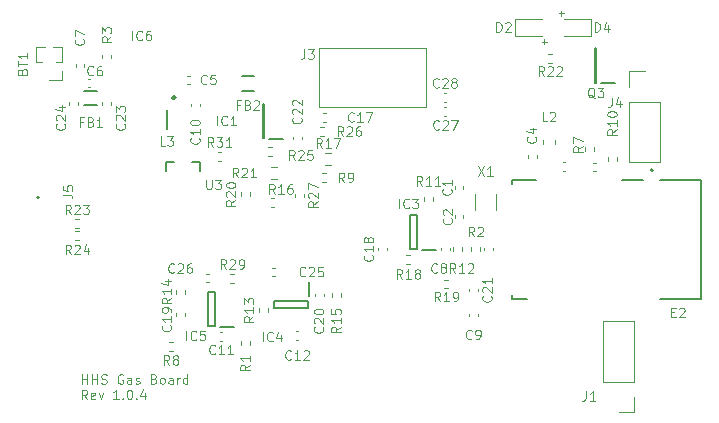
<source format=gto>
%TF.GenerationSoftware,KiCad,Pcbnew,8.0.2-1*%
%TF.CreationDate,2024-12-04T10:13:35+09:00*%
%TF.ProjectId,gas_nrf52832,6761735f-6e72-4663-9532-3833322e6b69,rev?*%
%TF.SameCoordinates,Original*%
%TF.FileFunction,Legend,Top*%
%TF.FilePolarity,Positive*%
%FSLAX46Y46*%
G04 Gerber Fmt 4.6, Leading zero omitted, Abs format (unit mm)*
G04 Created by KiCad (PCBNEW 8.0.2-1) date 2024-12-04 10:13:35*
%MOMM*%
%LPD*%
G01*
G04 APERTURE LIST*
%ADD10C,0.125000*%
%ADD11C,0.120000*%
%ADD12C,0.200000*%
%ADD13C,0.100000*%
%ADD14C,0.203200*%
%ADD15C,0.150000*%
%ADD16C,0.254000*%
%ADD17C,0.127000*%
G04 APERTURE END LIST*
D10*
X100872712Y-107157640D02*
X100872712Y-106357640D01*
X100872712Y-106738592D02*
X101329855Y-106738592D01*
X101329855Y-107157640D02*
X101329855Y-106357640D01*
X101710807Y-107157640D02*
X101710807Y-106357640D01*
X101710807Y-106738592D02*
X102167950Y-106738592D01*
X102167950Y-107157640D02*
X102167950Y-106357640D01*
X102510806Y-107119545D02*
X102625092Y-107157640D01*
X102625092Y-107157640D02*
X102815568Y-107157640D01*
X102815568Y-107157640D02*
X102891759Y-107119545D01*
X102891759Y-107119545D02*
X102929854Y-107081449D01*
X102929854Y-107081449D02*
X102967949Y-107005259D01*
X102967949Y-107005259D02*
X102967949Y-106929068D01*
X102967949Y-106929068D02*
X102929854Y-106852878D01*
X102929854Y-106852878D02*
X102891759Y-106814783D01*
X102891759Y-106814783D02*
X102815568Y-106776687D01*
X102815568Y-106776687D02*
X102663187Y-106738592D01*
X102663187Y-106738592D02*
X102586997Y-106700497D01*
X102586997Y-106700497D02*
X102548902Y-106662402D01*
X102548902Y-106662402D02*
X102510806Y-106586211D01*
X102510806Y-106586211D02*
X102510806Y-106510021D01*
X102510806Y-106510021D02*
X102548902Y-106433830D01*
X102548902Y-106433830D02*
X102586997Y-106395735D01*
X102586997Y-106395735D02*
X102663187Y-106357640D01*
X102663187Y-106357640D02*
X102853664Y-106357640D01*
X102853664Y-106357640D02*
X102967949Y-106395735D01*
X104339378Y-106395735D02*
X104263188Y-106357640D01*
X104263188Y-106357640D02*
X104148902Y-106357640D01*
X104148902Y-106357640D02*
X104034616Y-106395735D01*
X104034616Y-106395735D02*
X103958426Y-106471925D01*
X103958426Y-106471925D02*
X103920331Y-106548116D01*
X103920331Y-106548116D02*
X103882235Y-106700497D01*
X103882235Y-106700497D02*
X103882235Y-106814783D01*
X103882235Y-106814783D02*
X103920331Y-106967164D01*
X103920331Y-106967164D02*
X103958426Y-107043354D01*
X103958426Y-107043354D02*
X104034616Y-107119545D01*
X104034616Y-107119545D02*
X104148902Y-107157640D01*
X104148902Y-107157640D02*
X104225093Y-107157640D01*
X104225093Y-107157640D02*
X104339378Y-107119545D01*
X104339378Y-107119545D02*
X104377474Y-107081449D01*
X104377474Y-107081449D02*
X104377474Y-106814783D01*
X104377474Y-106814783D02*
X104225093Y-106814783D01*
X105063188Y-107157640D02*
X105063188Y-106738592D01*
X105063188Y-106738592D02*
X105025093Y-106662402D01*
X105025093Y-106662402D02*
X104948902Y-106624306D01*
X104948902Y-106624306D02*
X104796521Y-106624306D01*
X104796521Y-106624306D02*
X104720331Y-106662402D01*
X105063188Y-107119545D02*
X104986997Y-107157640D01*
X104986997Y-107157640D02*
X104796521Y-107157640D01*
X104796521Y-107157640D02*
X104720331Y-107119545D01*
X104720331Y-107119545D02*
X104682235Y-107043354D01*
X104682235Y-107043354D02*
X104682235Y-106967164D01*
X104682235Y-106967164D02*
X104720331Y-106890973D01*
X104720331Y-106890973D02*
X104796521Y-106852878D01*
X104796521Y-106852878D02*
X104986997Y-106852878D01*
X104986997Y-106852878D02*
X105063188Y-106814783D01*
X105406045Y-107119545D02*
X105482236Y-107157640D01*
X105482236Y-107157640D02*
X105634617Y-107157640D01*
X105634617Y-107157640D02*
X105710807Y-107119545D01*
X105710807Y-107119545D02*
X105748903Y-107043354D01*
X105748903Y-107043354D02*
X105748903Y-107005259D01*
X105748903Y-107005259D02*
X105710807Y-106929068D01*
X105710807Y-106929068D02*
X105634617Y-106890973D01*
X105634617Y-106890973D02*
X105520331Y-106890973D01*
X105520331Y-106890973D02*
X105444141Y-106852878D01*
X105444141Y-106852878D02*
X105406045Y-106776687D01*
X105406045Y-106776687D02*
X105406045Y-106738592D01*
X105406045Y-106738592D02*
X105444141Y-106662402D01*
X105444141Y-106662402D02*
X105520331Y-106624306D01*
X105520331Y-106624306D02*
X105634617Y-106624306D01*
X105634617Y-106624306D02*
X105710807Y-106662402D01*
X106967950Y-106738592D02*
X107082236Y-106776687D01*
X107082236Y-106776687D02*
X107120331Y-106814783D01*
X107120331Y-106814783D02*
X107158427Y-106890973D01*
X107158427Y-106890973D02*
X107158427Y-107005259D01*
X107158427Y-107005259D02*
X107120331Y-107081449D01*
X107120331Y-107081449D02*
X107082236Y-107119545D01*
X107082236Y-107119545D02*
X107006046Y-107157640D01*
X107006046Y-107157640D02*
X106701284Y-107157640D01*
X106701284Y-107157640D02*
X106701284Y-106357640D01*
X106701284Y-106357640D02*
X106967950Y-106357640D01*
X106967950Y-106357640D02*
X107044141Y-106395735D01*
X107044141Y-106395735D02*
X107082236Y-106433830D01*
X107082236Y-106433830D02*
X107120331Y-106510021D01*
X107120331Y-106510021D02*
X107120331Y-106586211D01*
X107120331Y-106586211D02*
X107082236Y-106662402D01*
X107082236Y-106662402D02*
X107044141Y-106700497D01*
X107044141Y-106700497D02*
X106967950Y-106738592D01*
X106967950Y-106738592D02*
X106701284Y-106738592D01*
X107615569Y-107157640D02*
X107539379Y-107119545D01*
X107539379Y-107119545D02*
X107501284Y-107081449D01*
X107501284Y-107081449D02*
X107463188Y-107005259D01*
X107463188Y-107005259D02*
X107463188Y-106776687D01*
X107463188Y-106776687D02*
X107501284Y-106700497D01*
X107501284Y-106700497D02*
X107539379Y-106662402D01*
X107539379Y-106662402D02*
X107615569Y-106624306D01*
X107615569Y-106624306D02*
X107729855Y-106624306D01*
X107729855Y-106624306D02*
X107806046Y-106662402D01*
X107806046Y-106662402D02*
X107844141Y-106700497D01*
X107844141Y-106700497D02*
X107882236Y-106776687D01*
X107882236Y-106776687D02*
X107882236Y-107005259D01*
X107882236Y-107005259D02*
X107844141Y-107081449D01*
X107844141Y-107081449D02*
X107806046Y-107119545D01*
X107806046Y-107119545D02*
X107729855Y-107157640D01*
X107729855Y-107157640D02*
X107615569Y-107157640D01*
X108567951Y-107157640D02*
X108567951Y-106738592D01*
X108567951Y-106738592D02*
X108529856Y-106662402D01*
X108529856Y-106662402D02*
X108453665Y-106624306D01*
X108453665Y-106624306D02*
X108301284Y-106624306D01*
X108301284Y-106624306D02*
X108225094Y-106662402D01*
X108567951Y-107119545D02*
X108491760Y-107157640D01*
X108491760Y-107157640D02*
X108301284Y-107157640D01*
X108301284Y-107157640D02*
X108225094Y-107119545D01*
X108225094Y-107119545D02*
X108186998Y-107043354D01*
X108186998Y-107043354D02*
X108186998Y-106967164D01*
X108186998Y-106967164D02*
X108225094Y-106890973D01*
X108225094Y-106890973D02*
X108301284Y-106852878D01*
X108301284Y-106852878D02*
X108491760Y-106852878D01*
X108491760Y-106852878D02*
X108567951Y-106814783D01*
X108948904Y-107157640D02*
X108948904Y-106624306D01*
X108948904Y-106776687D02*
X108986999Y-106700497D01*
X108986999Y-106700497D02*
X109025094Y-106662402D01*
X109025094Y-106662402D02*
X109101285Y-106624306D01*
X109101285Y-106624306D02*
X109177475Y-106624306D01*
X109786999Y-107157640D02*
X109786999Y-106357640D01*
X109786999Y-107119545D02*
X109710808Y-107157640D01*
X109710808Y-107157640D02*
X109558427Y-107157640D01*
X109558427Y-107157640D02*
X109482237Y-107119545D01*
X109482237Y-107119545D02*
X109444142Y-107081449D01*
X109444142Y-107081449D02*
X109406046Y-107005259D01*
X109406046Y-107005259D02*
X109406046Y-106776687D01*
X109406046Y-106776687D02*
X109444142Y-106700497D01*
X109444142Y-106700497D02*
X109482237Y-106662402D01*
X109482237Y-106662402D02*
X109558427Y-106624306D01*
X109558427Y-106624306D02*
X109710808Y-106624306D01*
X109710808Y-106624306D02*
X109786999Y-106662402D01*
X101329855Y-108445595D02*
X101063188Y-108064642D01*
X100872712Y-108445595D02*
X100872712Y-107645595D01*
X100872712Y-107645595D02*
X101177474Y-107645595D01*
X101177474Y-107645595D02*
X101253664Y-107683690D01*
X101253664Y-107683690D02*
X101291759Y-107721785D01*
X101291759Y-107721785D02*
X101329855Y-107797976D01*
X101329855Y-107797976D02*
X101329855Y-107912261D01*
X101329855Y-107912261D02*
X101291759Y-107988452D01*
X101291759Y-107988452D02*
X101253664Y-108026547D01*
X101253664Y-108026547D02*
X101177474Y-108064642D01*
X101177474Y-108064642D02*
X100872712Y-108064642D01*
X101977474Y-108407500D02*
X101901283Y-108445595D01*
X101901283Y-108445595D02*
X101748902Y-108445595D01*
X101748902Y-108445595D02*
X101672712Y-108407500D01*
X101672712Y-108407500D02*
X101634616Y-108331309D01*
X101634616Y-108331309D02*
X101634616Y-108026547D01*
X101634616Y-108026547D02*
X101672712Y-107950357D01*
X101672712Y-107950357D02*
X101748902Y-107912261D01*
X101748902Y-107912261D02*
X101901283Y-107912261D01*
X101901283Y-107912261D02*
X101977474Y-107950357D01*
X101977474Y-107950357D02*
X102015569Y-108026547D01*
X102015569Y-108026547D02*
X102015569Y-108102738D01*
X102015569Y-108102738D02*
X101634616Y-108178928D01*
X102282235Y-107912261D02*
X102472711Y-108445595D01*
X102472711Y-108445595D02*
X102663188Y-107912261D01*
X103996521Y-108445595D02*
X103539378Y-108445595D01*
X103767950Y-108445595D02*
X103767950Y-107645595D01*
X103767950Y-107645595D02*
X103691759Y-107759880D01*
X103691759Y-107759880D02*
X103615569Y-107836071D01*
X103615569Y-107836071D02*
X103539378Y-107874166D01*
X104339379Y-108369404D02*
X104377474Y-108407500D01*
X104377474Y-108407500D02*
X104339379Y-108445595D01*
X104339379Y-108445595D02*
X104301283Y-108407500D01*
X104301283Y-108407500D02*
X104339379Y-108369404D01*
X104339379Y-108369404D02*
X104339379Y-108445595D01*
X104872712Y-107645595D02*
X104948902Y-107645595D01*
X104948902Y-107645595D02*
X105025093Y-107683690D01*
X105025093Y-107683690D02*
X105063188Y-107721785D01*
X105063188Y-107721785D02*
X105101283Y-107797976D01*
X105101283Y-107797976D02*
X105139378Y-107950357D01*
X105139378Y-107950357D02*
X105139378Y-108140833D01*
X105139378Y-108140833D02*
X105101283Y-108293214D01*
X105101283Y-108293214D02*
X105063188Y-108369404D01*
X105063188Y-108369404D02*
X105025093Y-108407500D01*
X105025093Y-108407500D02*
X104948902Y-108445595D01*
X104948902Y-108445595D02*
X104872712Y-108445595D01*
X104872712Y-108445595D02*
X104796521Y-108407500D01*
X104796521Y-108407500D02*
X104758426Y-108369404D01*
X104758426Y-108369404D02*
X104720331Y-108293214D01*
X104720331Y-108293214D02*
X104682235Y-108140833D01*
X104682235Y-108140833D02*
X104682235Y-107950357D01*
X104682235Y-107950357D02*
X104720331Y-107797976D01*
X104720331Y-107797976D02*
X104758426Y-107721785D01*
X104758426Y-107721785D02*
X104796521Y-107683690D01*
X104796521Y-107683690D02*
X104872712Y-107645595D01*
X105482236Y-108369404D02*
X105520331Y-108407500D01*
X105520331Y-108407500D02*
X105482236Y-108445595D01*
X105482236Y-108445595D02*
X105444140Y-108407500D01*
X105444140Y-108407500D02*
X105482236Y-108369404D01*
X105482236Y-108369404D02*
X105482236Y-108445595D01*
X106206045Y-107912261D02*
X106206045Y-108445595D01*
X106015569Y-107607500D02*
X105825092Y-108178928D01*
X105825092Y-108178928D02*
X106320331Y-108178928D01*
X143263595Y-87033332D02*
X142882642Y-87299999D01*
X143263595Y-87490475D02*
X142463595Y-87490475D01*
X142463595Y-87490475D02*
X142463595Y-87185713D01*
X142463595Y-87185713D02*
X142501690Y-87109523D01*
X142501690Y-87109523D02*
X142539785Y-87071428D01*
X142539785Y-87071428D02*
X142615976Y-87033332D01*
X142615976Y-87033332D02*
X142730261Y-87033332D01*
X142730261Y-87033332D02*
X142806452Y-87071428D01*
X142806452Y-87071428D02*
X142844547Y-87109523D01*
X142844547Y-87109523D02*
X142882642Y-87185713D01*
X142882642Y-87185713D02*
X142882642Y-87490475D01*
X142463595Y-86766666D02*
X142463595Y-86233332D01*
X142463595Y-86233332D02*
X143263595Y-86576190D01*
X123066667Y-90063595D02*
X122800000Y-89682642D01*
X122609524Y-90063595D02*
X122609524Y-89263595D01*
X122609524Y-89263595D02*
X122914286Y-89263595D01*
X122914286Y-89263595D02*
X122990476Y-89301690D01*
X122990476Y-89301690D02*
X123028571Y-89339785D01*
X123028571Y-89339785D02*
X123066667Y-89415976D01*
X123066667Y-89415976D02*
X123066667Y-89530261D01*
X123066667Y-89530261D02*
X123028571Y-89606452D01*
X123028571Y-89606452D02*
X122990476Y-89644547D01*
X122990476Y-89644547D02*
X122914286Y-89682642D01*
X122914286Y-89682642D02*
X122609524Y-89682642D01*
X123447619Y-90063595D02*
X123600000Y-90063595D01*
X123600000Y-90063595D02*
X123676190Y-90025500D01*
X123676190Y-90025500D02*
X123714286Y-89987404D01*
X123714286Y-89987404D02*
X123790476Y-89873119D01*
X123790476Y-89873119D02*
X123828571Y-89720738D01*
X123828571Y-89720738D02*
X123828571Y-89415976D01*
X123828571Y-89415976D02*
X123790476Y-89339785D01*
X123790476Y-89339785D02*
X123752381Y-89301690D01*
X123752381Y-89301690D02*
X123676190Y-89263595D01*
X123676190Y-89263595D02*
X123523809Y-89263595D01*
X123523809Y-89263595D02*
X123447619Y-89301690D01*
X123447619Y-89301690D02*
X123409524Y-89339785D01*
X123409524Y-89339785D02*
X123371428Y-89415976D01*
X123371428Y-89415976D02*
X123371428Y-89606452D01*
X123371428Y-89606452D02*
X123409524Y-89682642D01*
X123409524Y-89682642D02*
X123447619Y-89720738D01*
X123447619Y-89720738D02*
X123523809Y-89758833D01*
X123523809Y-89758833D02*
X123676190Y-89758833D01*
X123676190Y-89758833D02*
X123752381Y-89720738D01*
X123752381Y-89720738D02*
X123790476Y-89682642D01*
X123790476Y-89682642D02*
X123828571Y-89606452D01*
X127980714Y-98248595D02*
X127714047Y-97867642D01*
X127523571Y-98248595D02*
X127523571Y-97448595D01*
X127523571Y-97448595D02*
X127828333Y-97448595D01*
X127828333Y-97448595D02*
X127904523Y-97486690D01*
X127904523Y-97486690D02*
X127942618Y-97524785D01*
X127942618Y-97524785D02*
X127980714Y-97600976D01*
X127980714Y-97600976D02*
X127980714Y-97715261D01*
X127980714Y-97715261D02*
X127942618Y-97791452D01*
X127942618Y-97791452D02*
X127904523Y-97829547D01*
X127904523Y-97829547D02*
X127828333Y-97867642D01*
X127828333Y-97867642D02*
X127523571Y-97867642D01*
X128742618Y-98248595D02*
X128285475Y-98248595D01*
X128514047Y-98248595D02*
X128514047Y-97448595D01*
X128514047Y-97448595D02*
X128437856Y-97562880D01*
X128437856Y-97562880D02*
X128361666Y-97639071D01*
X128361666Y-97639071D02*
X128285475Y-97677166D01*
X129199761Y-97791452D02*
X129123571Y-97753357D01*
X129123571Y-97753357D02*
X129085476Y-97715261D01*
X129085476Y-97715261D02*
X129047380Y-97639071D01*
X129047380Y-97639071D02*
X129047380Y-97600976D01*
X129047380Y-97600976D02*
X129085476Y-97524785D01*
X129085476Y-97524785D02*
X129123571Y-97486690D01*
X129123571Y-97486690D02*
X129199761Y-97448595D01*
X129199761Y-97448595D02*
X129352142Y-97448595D01*
X129352142Y-97448595D02*
X129428333Y-97486690D01*
X129428333Y-97486690D02*
X129466428Y-97524785D01*
X129466428Y-97524785D02*
X129504523Y-97600976D01*
X129504523Y-97600976D02*
X129504523Y-97639071D01*
X129504523Y-97639071D02*
X129466428Y-97715261D01*
X129466428Y-97715261D02*
X129428333Y-97753357D01*
X129428333Y-97753357D02*
X129352142Y-97791452D01*
X129352142Y-97791452D02*
X129199761Y-97791452D01*
X129199761Y-97791452D02*
X129123571Y-97829547D01*
X129123571Y-97829547D02*
X129085476Y-97867642D01*
X129085476Y-97867642D02*
X129047380Y-97943833D01*
X129047380Y-97943833D02*
X129047380Y-98096214D01*
X129047380Y-98096214D02*
X129085476Y-98172404D01*
X129085476Y-98172404D02*
X129123571Y-98210500D01*
X129123571Y-98210500D02*
X129199761Y-98248595D01*
X129199761Y-98248595D02*
X129352142Y-98248595D01*
X129352142Y-98248595D02*
X129428333Y-98210500D01*
X129428333Y-98210500D02*
X129466428Y-98172404D01*
X129466428Y-98172404D02*
X129504523Y-98096214D01*
X129504523Y-98096214D02*
X129504523Y-97943833D01*
X129504523Y-97943833D02*
X129466428Y-97867642D01*
X129466428Y-97867642D02*
X129428333Y-97829547D01*
X129428333Y-97829547D02*
X129352142Y-97791452D01*
X107916666Y-87008595D02*
X107535714Y-87008595D01*
X107535714Y-87008595D02*
X107535714Y-86208595D01*
X108107142Y-86208595D02*
X108602380Y-86208595D01*
X108602380Y-86208595D02*
X108335714Y-86513357D01*
X108335714Y-86513357D02*
X108449999Y-86513357D01*
X108449999Y-86513357D02*
X108526190Y-86551452D01*
X108526190Y-86551452D02*
X108564285Y-86589547D01*
X108564285Y-86589547D02*
X108602380Y-86665738D01*
X108602380Y-86665738D02*
X108602380Y-86856214D01*
X108602380Y-86856214D02*
X108564285Y-86932404D01*
X108564285Y-86932404D02*
X108526190Y-86970500D01*
X108526190Y-86970500D02*
X108449999Y-87008595D01*
X108449999Y-87008595D02*
X108221428Y-87008595D01*
X108221428Y-87008595D02*
X108145237Y-86970500D01*
X108145237Y-86970500D02*
X108107142Y-86932404D01*
X108357404Y-102189285D02*
X108395500Y-102227381D01*
X108395500Y-102227381D02*
X108433595Y-102341666D01*
X108433595Y-102341666D02*
X108433595Y-102417857D01*
X108433595Y-102417857D02*
X108395500Y-102532143D01*
X108395500Y-102532143D02*
X108319309Y-102608333D01*
X108319309Y-102608333D02*
X108243119Y-102646428D01*
X108243119Y-102646428D02*
X108090738Y-102684524D01*
X108090738Y-102684524D02*
X107976452Y-102684524D01*
X107976452Y-102684524D02*
X107824071Y-102646428D01*
X107824071Y-102646428D02*
X107747880Y-102608333D01*
X107747880Y-102608333D02*
X107671690Y-102532143D01*
X107671690Y-102532143D02*
X107633595Y-102417857D01*
X107633595Y-102417857D02*
X107633595Y-102341666D01*
X107633595Y-102341666D02*
X107671690Y-102227381D01*
X107671690Y-102227381D02*
X107709785Y-102189285D01*
X108433595Y-101427381D02*
X108433595Y-101884524D01*
X108433595Y-101655952D02*
X107633595Y-101655952D01*
X107633595Y-101655952D02*
X107747880Y-101732143D01*
X107747880Y-101732143D02*
X107824071Y-101808333D01*
X107824071Y-101808333D02*
X107862166Y-101884524D01*
X108433595Y-101046428D02*
X108433595Y-100894047D01*
X108433595Y-100894047D02*
X108395500Y-100817857D01*
X108395500Y-100817857D02*
X108357404Y-100779761D01*
X108357404Y-100779761D02*
X108243119Y-100703571D01*
X108243119Y-100703571D02*
X108090738Y-100665476D01*
X108090738Y-100665476D02*
X107785976Y-100665476D01*
X107785976Y-100665476D02*
X107709785Y-100703571D01*
X107709785Y-100703571D02*
X107671690Y-100741666D01*
X107671690Y-100741666D02*
X107633595Y-100817857D01*
X107633595Y-100817857D02*
X107633595Y-100970238D01*
X107633595Y-100970238D02*
X107671690Y-101046428D01*
X107671690Y-101046428D02*
X107709785Y-101084523D01*
X107709785Y-101084523D02*
X107785976Y-101122619D01*
X107785976Y-101122619D02*
X107976452Y-101122619D01*
X107976452Y-101122619D02*
X108052642Y-101084523D01*
X108052642Y-101084523D02*
X108090738Y-101046428D01*
X108090738Y-101046428D02*
X108128833Y-100970238D01*
X108128833Y-100970238D02*
X108128833Y-100817857D01*
X108128833Y-100817857D02*
X108090738Y-100741666D01*
X108090738Y-100741666D02*
X108052642Y-100703571D01*
X108052642Y-100703571D02*
X107976452Y-100665476D01*
X118885714Y-88163595D02*
X118619047Y-87782642D01*
X118428571Y-88163595D02*
X118428571Y-87363595D01*
X118428571Y-87363595D02*
X118733333Y-87363595D01*
X118733333Y-87363595D02*
X118809523Y-87401690D01*
X118809523Y-87401690D02*
X118847618Y-87439785D01*
X118847618Y-87439785D02*
X118885714Y-87515976D01*
X118885714Y-87515976D02*
X118885714Y-87630261D01*
X118885714Y-87630261D02*
X118847618Y-87706452D01*
X118847618Y-87706452D02*
X118809523Y-87744547D01*
X118809523Y-87744547D02*
X118733333Y-87782642D01*
X118733333Y-87782642D02*
X118428571Y-87782642D01*
X119190475Y-87439785D02*
X119228571Y-87401690D01*
X119228571Y-87401690D02*
X119304761Y-87363595D01*
X119304761Y-87363595D02*
X119495237Y-87363595D01*
X119495237Y-87363595D02*
X119571428Y-87401690D01*
X119571428Y-87401690D02*
X119609523Y-87439785D01*
X119609523Y-87439785D02*
X119647618Y-87515976D01*
X119647618Y-87515976D02*
X119647618Y-87592166D01*
X119647618Y-87592166D02*
X119609523Y-87706452D01*
X119609523Y-87706452D02*
X119152380Y-88163595D01*
X119152380Y-88163595D02*
X119647618Y-88163595D01*
X120371428Y-87363595D02*
X119990476Y-87363595D01*
X119990476Y-87363595D02*
X119952380Y-87744547D01*
X119952380Y-87744547D02*
X119990476Y-87706452D01*
X119990476Y-87706452D02*
X120066666Y-87668357D01*
X120066666Y-87668357D02*
X120257142Y-87668357D01*
X120257142Y-87668357D02*
X120333333Y-87706452D01*
X120333333Y-87706452D02*
X120371428Y-87744547D01*
X120371428Y-87744547D02*
X120409523Y-87820738D01*
X120409523Y-87820738D02*
X120409523Y-88011214D01*
X120409523Y-88011214D02*
X120371428Y-88087404D01*
X120371428Y-88087404D02*
X120333333Y-88125500D01*
X120333333Y-88125500D02*
X120257142Y-88163595D01*
X120257142Y-88163595D02*
X120066666Y-88163595D01*
X120066666Y-88163595D02*
X119990476Y-88125500D01*
X119990476Y-88125500D02*
X119952380Y-88087404D01*
X135949524Y-77336095D02*
X135949524Y-76536095D01*
X135949524Y-76536095D02*
X136140000Y-76536095D01*
X136140000Y-76536095D02*
X136254286Y-76574190D01*
X136254286Y-76574190D02*
X136330476Y-76650380D01*
X136330476Y-76650380D02*
X136368571Y-76726571D01*
X136368571Y-76726571D02*
X136406667Y-76878952D01*
X136406667Y-76878952D02*
X136406667Y-76993238D01*
X136406667Y-76993238D02*
X136368571Y-77145619D01*
X136368571Y-77145619D02*
X136330476Y-77221809D01*
X136330476Y-77221809D02*
X136254286Y-77298000D01*
X136254286Y-77298000D02*
X136140000Y-77336095D01*
X136140000Y-77336095D02*
X135949524Y-77336095D01*
X136711428Y-76612285D02*
X136749524Y-76574190D01*
X136749524Y-76574190D02*
X136825714Y-76536095D01*
X136825714Y-76536095D02*
X137016190Y-76536095D01*
X137016190Y-76536095D02*
X137092381Y-76574190D01*
X137092381Y-76574190D02*
X137130476Y-76612285D01*
X137130476Y-76612285D02*
X137168571Y-76688476D01*
X137168571Y-76688476D02*
X137168571Y-76764666D01*
X137168571Y-76764666D02*
X137130476Y-76878952D01*
X137130476Y-76878952D02*
X136673333Y-77336095D01*
X136673333Y-77336095D02*
X137168571Y-77336095D01*
X113085714Y-97393595D02*
X112819047Y-97012642D01*
X112628571Y-97393595D02*
X112628571Y-96593595D01*
X112628571Y-96593595D02*
X112933333Y-96593595D01*
X112933333Y-96593595D02*
X113009523Y-96631690D01*
X113009523Y-96631690D02*
X113047618Y-96669785D01*
X113047618Y-96669785D02*
X113085714Y-96745976D01*
X113085714Y-96745976D02*
X113085714Y-96860261D01*
X113085714Y-96860261D02*
X113047618Y-96936452D01*
X113047618Y-96936452D02*
X113009523Y-96974547D01*
X113009523Y-96974547D02*
X112933333Y-97012642D01*
X112933333Y-97012642D02*
X112628571Y-97012642D01*
X113390475Y-96669785D02*
X113428571Y-96631690D01*
X113428571Y-96631690D02*
X113504761Y-96593595D01*
X113504761Y-96593595D02*
X113695237Y-96593595D01*
X113695237Y-96593595D02*
X113771428Y-96631690D01*
X113771428Y-96631690D02*
X113809523Y-96669785D01*
X113809523Y-96669785D02*
X113847618Y-96745976D01*
X113847618Y-96745976D02*
X113847618Y-96822166D01*
X113847618Y-96822166D02*
X113809523Y-96936452D01*
X113809523Y-96936452D02*
X113352380Y-97393595D01*
X113352380Y-97393595D02*
X113847618Y-97393595D01*
X114228571Y-97393595D02*
X114380952Y-97393595D01*
X114380952Y-97393595D02*
X114457142Y-97355500D01*
X114457142Y-97355500D02*
X114495238Y-97317404D01*
X114495238Y-97317404D02*
X114571428Y-97203119D01*
X114571428Y-97203119D02*
X114609523Y-97050738D01*
X114609523Y-97050738D02*
X114609523Y-96745976D01*
X114609523Y-96745976D02*
X114571428Y-96669785D01*
X114571428Y-96669785D02*
X114533333Y-96631690D01*
X114533333Y-96631690D02*
X114457142Y-96593595D01*
X114457142Y-96593595D02*
X114304761Y-96593595D01*
X114304761Y-96593595D02*
X114228571Y-96631690D01*
X114228571Y-96631690D02*
X114190476Y-96669785D01*
X114190476Y-96669785D02*
X114152380Y-96745976D01*
X114152380Y-96745976D02*
X114152380Y-96936452D01*
X114152380Y-96936452D02*
X114190476Y-97012642D01*
X114190476Y-97012642D02*
X114228571Y-97050738D01*
X114228571Y-97050738D02*
X114304761Y-97088833D01*
X114304761Y-97088833D02*
X114457142Y-97088833D01*
X114457142Y-97088833D02*
X114533333Y-97050738D01*
X114533333Y-97050738D02*
X114571428Y-97012642D01*
X114571428Y-97012642D02*
X114609523Y-96936452D01*
X131105714Y-85547404D02*
X131067618Y-85585500D01*
X131067618Y-85585500D02*
X130953333Y-85623595D01*
X130953333Y-85623595D02*
X130877142Y-85623595D01*
X130877142Y-85623595D02*
X130762856Y-85585500D01*
X130762856Y-85585500D02*
X130686666Y-85509309D01*
X130686666Y-85509309D02*
X130648571Y-85433119D01*
X130648571Y-85433119D02*
X130610475Y-85280738D01*
X130610475Y-85280738D02*
X130610475Y-85166452D01*
X130610475Y-85166452D02*
X130648571Y-85014071D01*
X130648571Y-85014071D02*
X130686666Y-84937880D01*
X130686666Y-84937880D02*
X130762856Y-84861690D01*
X130762856Y-84861690D02*
X130877142Y-84823595D01*
X130877142Y-84823595D02*
X130953333Y-84823595D01*
X130953333Y-84823595D02*
X131067618Y-84861690D01*
X131067618Y-84861690D02*
X131105714Y-84899785D01*
X131410475Y-84899785D02*
X131448571Y-84861690D01*
X131448571Y-84861690D02*
X131524761Y-84823595D01*
X131524761Y-84823595D02*
X131715237Y-84823595D01*
X131715237Y-84823595D02*
X131791428Y-84861690D01*
X131791428Y-84861690D02*
X131829523Y-84899785D01*
X131829523Y-84899785D02*
X131867618Y-84975976D01*
X131867618Y-84975976D02*
X131867618Y-85052166D01*
X131867618Y-85052166D02*
X131829523Y-85166452D01*
X131829523Y-85166452D02*
X131372380Y-85623595D01*
X131372380Y-85623595D02*
X131867618Y-85623595D01*
X132134285Y-84823595D02*
X132667619Y-84823595D01*
X132667619Y-84823595D02*
X132324761Y-85623595D01*
X111390476Y-89863595D02*
X111390476Y-90511214D01*
X111390476Y-90511214D02*
X111428571Y-90587404D01*
X111428571Y-90587404D02*
X111466666Y-90625500D01*
X111466666Y-90625500D02*
X111542857Y-90663595D01*
X111542857Y-90663595D02*
X111695238Y-90663595D01*
X111695238Y-90663595D02*
X111771428Y-90625500D01*
X111771428Y-90625500D02*
X111809523Y-90587404D01*
X111809523Y-90587404D02*
X111847619Y-90511214D01*
X111847619Y-90511214D02*
X111847619Y-89863595D01*
X112152380Y-89863595D02*
X112647618Y-89863595D01*
X112647618Y-89863595D02*
X112380952Y-90168357D01*
X112380952Y-90168357D02*
X112495237Y-90168357D01*
X112495237Y-90168357D02*
X112571428Y-90206452D01*
X112571428Y-90206452D02*
X112609523Y-90244547D01*
X112609523Y-90244547D02*
X112647618Y-90320738D01*
X112647618Y-90320738D02*
X112647618Y-90511214D01*
X112647618Y-90511214D02*
X112609523Y-90587404D01*
X112609523Y-90587404D02*
X112571428Y-90625500D01*
X112571428Y-90625500D02*
X112495237Y-90663595D01*
X112495237Y-90663595D02*
X112266666Y-90663595D01*
X112266666Y-90663595D02*
X112190475Y-90625500D01*
X112190475Y-90625500D02*
X112152380Y-90587404D01*
X121185714Y-87163595D02*
X120919047Y-86782642D01*
X120728571Y-87163595D02*
X120728571Y-86363595D01*
X120728571Y-86363595D02*
X121033333Y-86363595D01*
X121033333Y-86363595D02*
X121109523Y-86401690D01*
X121109523Y-86401690D02*
X121147618Y-86439785D01*
X121147618Y-86439785D02*
X121185714Y-86515976D01*
X121185714Y-86515976D02*
X121185714Y-86630261D01*
X121185714Y-86630261D02*
X121147618Y-86706452D01*
X121147618Y-86706452D02*
X121109523Y-86744547D01*
X121109523Y-86744547D02*
X121033333Y-86782642D01*
X121033333Y-86782642D02*
X120728571Y-86782642D01*
X121947618Y-87163595D02*
X121490475Y-87163595D01*
X121719047Y-87163595D02*
X121719047Y-86363595D01*
X121719047Y-86363595D02*
X121642856Y-86477880D01*
X121642856Y-86477880D02*
X121566666Y-86554071D01*
X121566666Y-86554071D02*
X121490475Y-86592166D01*
X122214285Y-86363595D02*
X122747619Y-86363595D01*
X122747619Y-86363595D02*
X122404761Y-87163595D01*
X95824547Y-80698571D02*
X95862642Y-80584285D01*
X95862642Y-80584285D02*
X95900738Y-80546190D01*
X95900738Y-80546190D02*
X95976928Y-80508094D01*
X95976928Y-80508094D02*
X96091214Y-80508094D01*
X96091214Y-80508094D02*
X96167404Y-80546190D01*
X96167404Y-80546190D02*
X96205500Y-80584285D01*
X96205500Y-80584285D02*
X96243595Y-80660475D01*
X96243595Y-80660475D02*
X96243595Y-80965237D01*
X96243595Y-80965237D02*
X95443595Y-80965237D01*
X95443595Y-80965237D02*
X95443595Y-80698571D01*
X95443595Y-80698571D02*
X95481690Y-80622380D01*
X95481690Y-80622380D02*
X95519785Y-80584285D01*
X95519785Y-80584285D02*
X95595976Y-80546190D01*
X95595976Y-80546190D02*
X95672166Y-80546190D01*
X95672166Y-80546190D02*
X95748357Y-80584285D01*
X95748357Y-80584285D02*
X95786452Y-80622380D01*
X95786452Y-80622380D02*
X95824547Y-80698571D01*
X95824547Y-80698571D02*
X95824547Y-80965237D01*
X95443595Y-80279523D02*
X95443595Y-79822380D01*
X96243595Y-80050952D02*
X95443595Y-80050952D01*
X96243595Y-79136666D02*
X96243595Y-79593809D01*
X96243595Y-79365237D02*
X95443595Y-79365237D01*
X95443595Y-79365237D02*
X95557880Y-79441428D01*
X95557880Y-79441428D02*
X95634071Y-79517618D01*
X95634071Y-79517618D02*
X95672166Y-79593809D01*
X143533333Y-107763595D02*
X143533333Y-108335023D01*
X143533333Y-108335023D02*
X143495238Y-108449309D01*
X143495238Y-108449309D02*
X143419047Y-108525500D01*
X143419047Y-108525500D02*
X143304762Y-108563595D01*
X143304762Y-108563595D02*
X143228571Y-108563595D01*
X144333333Y-108563595D02*
X143876190Y-108563595D01*
X144104762Y-108563595D02*
X144104762Y-107763595D01*
X144104762Y-107763595D02*
X144028571Y-107877880D01*
X144028571Y-107877880D02*
X143952381Y-107954071D01*
X143952381Y-107954071D02*
X143876190Y-107992166D01*
X134402380Y-88713595D02*
X134935714Y-89513595D01*
X134935714Y-88713595D02*
X134402380Y-89513595D01*
X135659523Y-89513595D02*
X135202380Y-89513595D01*
X135430952Y-89513595D02*
X135430952Y-88713595D01*
X135430952Y-88713595D02*
X135354761Y-88827880D01*
X135354761Y-88827880D02*
X135278571Y-88904071D01*
X135278571Y-88904071D02*
X135202380Y-88942166D01*
X114233333Y-83534547D02*
X113966667Y-83534547D01*
X113966667Y-83953595D02*
X113966667Y-83153595D01*
X113966667Y-83153595D02*
X114347619Y-83153595D01*
X114919047Y-83534547D02*
X115033333Y-83572642D01*
X115033333Y-83572642D02*
X115071428Y-83610738D01*
X115071428Y-83610738D02*
X115109524Y-83686928D01*
X115109524Y-83686928D02*
X115109524Y-83801214D01*
X115109524Y-83801214D02*
X115071428Y-83877404D01*
X115071428Y-83877404D02*
X115033333Y-83915500D01*
X115033333Y-83915500D02*
X114957143Y-83953595D01*
X114957143Y-83953595D02*
X114652381Y-83953595D01*
X114652381Y-83953595D02*
X114652381Y-83153595D01*
X114652381Y-83153595D02*
X114919047Y-83153595D01*
X114919047Y-83153595D02*
X114995238Y-83191690D01*
X114995238Y-83191690D02*
X115033333Y-83229785D01*
X115033333Y-83229785D02*
X115071428Y-83305976D01*
X115071428Y-83305976D02*
X115071428Y-83382166D01*
X115071428Y-83382166D02*
X115033333Y-83458357D01*
X115033333Y-83458357D02*
X114995238Y-83496452D01*
X114995238Y-83496452D02*
X114919047Y-83534547D01*
X114919047Y-83534547D02*
X114652381Y-83534547D01*
X115414285Y-83229785D02*
X115452381Y-83191690D01*
X115452381Y-83191690D02*
X115528571Y-83153595D01*
X115528571Y-83153595D02*
X115719047Y-83153595D01*
X115719047Y-83153595D02*
X115795238Y-83191690D01*
X115795238Y-83191690D02*
X115833333Y-83229785D01*
X115833333Y-83229785D02*
X115871428Y-83305976D01*
X115871428Y-83305976D02*
X115871428Y-83382166D01*
X115871428Y-83382166D02*
X115833333Y-83496452D01*
X115833333Y-83496452D02*
X115376190Y-83953595D01*
X115376190Y-83953595D02*
X115871428Y-83953595D01*
X119703333Y-78843595D02*
X119703333Y-79415023D01*
X119703333Y-79415023D02*
X119665238Y-79529309D01*
X119665238Y-79529309D02*
X119589047Y-79605500D01*
X119589047Y-79605500D02*
X119474762Y-79643595D01*
X119474762Y-79643595D02*
X119398571Y-79643595D01*
X120008095Y-78843595D02*
X120503333Y-78843595D01*
X120503333Y-78843595D02*
X120236667Y-79148357D01*
X120236667Y-79148357D02*
X120350952Y-79148357D01*
X120350952Y-79148357D02*
X120427143Y-79186452D01*
X120427143Y-79186452D02*
X120465238Y-79224547D01*
X120465238Y-79224547D02*
X120503333Y-79300738D01*
X120503333Y-79300738D02*
X120503333Y-79491214D01*
X120503333Y-79491214D02*
X120465238Y-79567404D01*
X120465238Y-79567404D02*
X120427143Y-79605500D01*
X120427143Y-79605500D02*
X120350952Y-79643595D01*
X120350952Y-79643595D02*
X120122381Y-79643595D01*
X120122381Y-79643595D02*
X120046190Y-79605500D01*
X120046190Y-79605500D02*
X120008095Y-79567404D01*
X108685714Y-97687404D02*
X108647618Y-97725500D01*
X108647618Y-97725500D02*
X108533333Y-97763595D01*
X108533333Y-97763595D02*
X108457142Y-97763595D01*
X108457142Y-97763595D02*
X108342856Y-97725500D01*
X108342856Y-97725500D02*
X108266666Y-97649309D01*
X108266666Y-97649309D02*
X108228571Y-97573119D01*
X108228571Y-97573119D02*
X108190475Y-97420738D01*
X108190475Y-97420738D02*
X108190475Y-97306452D01*
X108190475Y-97306452D02*
X108228571Y-97154071D01*
X108228571Y-97154071D02*
X108266666Y-97077880D01*
X108266666Y-97077880D02*
X108342856Y-97001690D01*
X108342856Y-97001690D02*
X108457142Y-96963595D01*
X108457142Y-96963595D02*
X108533333Y-96963595D01*
X108533333Y-96963595D02*
X108647618Y-97001690D01*
X108647618Y-97001690D02*
X108685714Y-97039785D01*
X108990475Y-97039785D02*
X109028571Y-97001690D01*
X109028571Y-97001690D02*
X109104761Y-96963595D01*
X109104761Y-96963595D02*
X109295237Y-96963595D01*
X109295237Y-96963595D02*
X109371428Y-97001690D01*
X109371428Y-97001690D02*
X109409523Y-97039785D01*
X109409523Y-97039785D02*
X109447618Y-97115976D01*
X109447618Y-97115976D02*
X109447618Y-97192166D01*
X109447618Y-97192166D02*
X109409523Y-97306452D01*
X109409523Y-97306452D02*
X108952380Y-97763595D01*
X108952380Y-97763595D02*
X109447618Y-97763595D01*
X110133333Y-96963595D02*
X109980952Y-96963595D01*
X109980952Y-96963595D02*
X109904761Y-97001690D01*
X109904761Y-97001690D02*
X109866666Y-97039785D01*
X109866666Y-97039785D02*
X109790476Y-97154071D01*
X109790476Y-97154071D02*
X109752380Y-97306452D01*
X109752380Y-97306452D02*
X109752380Y-97611214D01*
X109752380Y-97611214D02*
X109790476Y-97687404D01*
X109790476Y-97687404D02*
X109828571Y-97725500D01*
X109828571Y-97725500D02*
X109904761Y-97763595D01*
X109904761Y-97763595D02*
X110057142Y-97763595D01*
X110057142Y-97763595D02*
X110133333Y-97725500D01*
X110133333Y-97725500D02*
X110171428Y-97687404D01*
X110171428Y-97687404D02*
X110209523Y-97611214D01*
X110209523Y-97611214D02*
X110209523Y-97420738D01*
X110209523Y-97420738D02*
X110171428Y-97344547D01*
X110171428Y-97344547D02*
X110133333Y-97306452D01*
X110133333Y-97306452D02*
X110057142Y-97268357D01*
X110057142Y-97268357D02*
X109904761Y-97268357D01*
X109904761Y-97268357D02*
X109828571Y-97306452D01*
X109828571Y-97306452D02*
X109790476Y-97344547D01*
X109790476Y-97344547D02*
X109752380Y-97420738D01*
X105119048Y-78058595D02*
X105119048Y-77258595D01*
X105957143Y-77982404D02*
X105919047Y-78020500D01*
X105919047Y-78020500D02*
X105804762Y-78058595D01*
X105804762Y-78058595D02*
X105728571Y-78058595D01*
X105728571Y-78058595D02*
X105614285Y-78020500D01*
X105614285Y-78020500D02*
X105538095Y-77944309D01*
X105538095Y-77944309D02*
X105500000Y-77868119D01*
X105500000Y-77868119D02*
X105461904Y-77715738D01*
X105461904Y-77715738D02*
X105461904Y-77601452D01*
X105461904Y-77601452D02*
X105500000Y-77449071D01*
X105500000Y-77449071D02*
X105538095Y-77372880D01*
X105538095Y-77372880D02*
X105614285Y-77296690D01*
X105614285Y-77296690D02*
X105728571Y-77258595D01*
X105728571Y-77258595D02*
X105804762Y-77258595D01*
X105804762Y-77258595D02*
X105919047Y-77296690D01*
X105919047Y-77296690D02*
X105957143Y-77334785D01*
X106642857Y-77258595D02*
X106490476Y-77258595D01*
X106490476Y-77258595D02*
X106414285Y-77296690D01*
X106414285Y-77296690D02*
X106376190Y-77334785D01*
X106376190Y-77334785D02*
X106300000Y-77449071D01*
X106300000Y-77449071D02*
X106261904Y-77601452D01*
X106261904Y-77601452D02*
X106261904Y-77906214D01*
X106261904Y-77906214D02*
X106300000Y-77982404D01*
X106300000Y-77982404D02*
X106338095Y-78020500D01*
X106338095Y-78020500D02*
X106414285Y-78058595D01*
X106414285Y-78058595D02*
X106566666Y-78058595D01*
X106566666Y-78058595D02*
X106642857Y-78020500D01*
X106642857Y-78020500D02*
X106680952Y-77982404D01*
X106680952Y-77982404D02*
X106719047Y-77906214D01*
X106719047Y-77906214D02*
X106719047Y-77715738D01*
X106719047Y-77715738D02*
X106680952Y-77639547D01*
X106680952Y-77639547D02*
X106642857Y-77601452D01*
X106642857Y-77601452D02*
X106566666Y-77563357D01*
X106566666Y-77563357D02*
X106414285Y-77563357D01*
X106414285Y-77563357D02*
X106338095Y-77601452D01*
X106338095Y-77601452D02*
X106300000Y-77639547D01*
X106300000Y-77639547D02*
X106261904Y-77715738D01*
X112130714Y-104572404D02*
X112092618Y-104610500D01*
X112092618Y-104610500D02*
X111978333Y-104648595D01*
X111978333Y-104648595D02*
X111902142Y-104648595D01*
X111902142Y-104648595D02*
X111787856Y-104610500D01*
X111787856Y-104610500D02*
X111711666Y-104534309D01*
X111711666Y-104534309D02*
X111673571Y-104458119D01*
X111673571Y-104458119D02*
X111635475Y-104305738D01*
X111635475Y-104305738D02*
X111635475Y-104191452D01*
X111635475Y-104191452D02*
X111673571Y-104039071D01*
X111673571Y-104039071D02*
X111711666Y-103962880D01*
X111711666Y-103962880D02*
X111787856Y-103886690D01*
X111787856Y-103886690D02*
X111902142Y-103848595D01*
X111902142Y-103848595D02*
X111978333Y-103848595D01*
X111978333Y-103848595D02*
X112092618Y-103886690D01*
X112092618Y-103886690D02*
X112130714Y-103924785D01*
X112892618Y-104648595D02*
X112435475Y-104648595D01*
X112664047Y-104648595D02*
X112664047Y-103848595D01*
X112664047Y-103848595D02*
X112587856Y-103962880D01*
X112587856Y-103962880D02*
X112511666Y-104039071D01*
X112511666Y-104039071D02*
X112435475Y-104077166D01*
X113654523Y-104648595D02*
X113197380Y-104648595D01*
X113425952Y-104648595D02*
X113425952Y-103848595D01*
X113425952Y-103848595D02*
X113349761Y-103962880D01*
X113349761Y-103962880D02*
X113273571Y-104039071D01*
X113273571Y-104039071D02*
X113197380Y-104077166D01*
X104437404Y-85144285D02*
X104475500Y-85182381D01*
X104475500Y-85182381D02*
X104513595Y-85296666D01*
X104513595Y-85296666D02*
X104513595Y-85372857D01*
X104513595Y-85372857D02*
X104475500Y-85487143D01*
X104475500Y-85487143D02*
X104399309Y-85563333D01*
X104399309Y-85563333D02*
X104323119Y-85601428D01*
X104323119Y-85601428D02*
X104170738Y-85639524D01*
X104170738Y-85639524D02*
X104056452Y-85639524D01*
X104056452Y-85639524D02*
X103904071Y-85601428D01*
X103904071Y-85601428D02*
X103827880Y-85563333D01*
X103827880Y-85563333D02*
X103751690Y-85487143D01*
X103751690Y-85487143D02*
X103713595Y-85372857D01*
X103713595Y-85372857D02*
X103713595Y-85296666D01*
X103713595Y-85296666D02*
X103751690Y-85182381D01*
X103751690Y-85182381D02*
X103789785Y-85144285D01*
X103789785Y-84839524D02*
X103751690Y-84801428D01*
X103751690Y-84801428D02*
X103713595Y-84725238D01*
X103713595Y-84725238D02*
X103713595Y-84534762D01*
X103713595Y-84534762D02*
X103751690Y-84458571D01*
X103751690Y-84458571D02*
X103789785Y-84420476D01*
X103789785Y-84420476D02*
X103865976Y-84382381D01*
X103865976Y-84382381D02*
X103942166Y-84382381D01*
X103942166Y-84382381D02*
X104056452Y-84420476D01*
X104056452Y-84420476D02*
X104513595Y-84877619D01*
X104513595Y-84877619D02*
X104513595Y-84382381D01*
X103713595Y-84115714D02*
X103713595Y-83620476D01*
X103713595Y-83620476D02*
X104018357Y-83887142D01*
X104018357Y-83887142D02*
X104018357Y-83772857D01*
X104018357Y-83772857D02*
X104056452Y-83696666D01*
X104056452Y-83696666D02*
X104094547Y-83658571D01*
X104094547Y-83658571D02*
X104170738Y-83620476D01*
X104170738Y-83620476D02*
X104361214Y-83620476D01*
X104361214Y-83620476D02*
X104437404Y-83658571D01*
X104437404Y-83658571D02*
X104475500Y-83696666D01*
X104475500Y-83696666D02*
X104513595Y-83772857D01*
X104513595Y-83772857D02*
X104513595Y-84001428D01*
X104513595Y-84001428D02*
X104475500Y-84077619D01*
X104475500Y-84077619D02*
X104437404Y-84115714D01*
X114085714Y-89663595D02*
X113819047Y-89282642D01*
X113628571Y-89663595D02*
X113628571Y-88863595D01*
X113628571Y-88863595D02*
X113933333Y-88863595D01*
X113933333Y-88863595D02*
X114009523Y-88901690D01*
X114009523Y-88901690D02*
X114047618Y-88939785D01*
X114047618Y-88939785D02*
X114085714Y-89015976D01*
X114085714Y-89015976D02*
X114085714Y-89130261D01*
X114085714Y-89130261D02*
X114047618Y-89206452D01*
X114047618Y-89206452D02*
X114009523Y-89244547D01*
X114009523Y-89244547D02*
X113933333Y-89282642D01*
X113933333Y-89282642D02*
X113628571Y-89282642D01*
X114390475Y-88939785D02*
X114428571Y-88901690D01*
X114428571Y-88901690D02*
X114504761Y-88863595D01*
X114504761Y-88863595D02*
X114695237Y-88863595D01*
X114695237Y-88863595D02*
X114771428Y-88901690D01*
X114771428Y-88901690D02*
X114809523Y-88939785D01*
X114809523Y-88939785D02*
X114847618Y-89015976D01*
X114847618Y-89015976D02*
X114847618Y-89092166D01*
X114847618Y-89092166D02*
X114809523Y-89206452D01*
X114809523Y-89206452D02*
X114352380Y-89663595D01*
X114352380Y-89663595D02*
X114847618Y-89663595D01*
X115609523Y-89663595D02*
X115152380Y-89663595D01*
X115380952Y-89663595D02*
X115380952Y-88863595D01*
X115380952Y-88863595D02*
X115304761Y-88977880D01*
X115304761Y-88977880D02*
X115228571Y-89054071D01*
X115228571Y-89054071D02*
X115152380Y-89092166D01*
X99377404Y-85144285D02*
X99415500Y-85182381D01*
X99415500Y-85182381D02*
X99453595Y-85296666D01*
X99453595Y-85296666D02*
X99453595Y-85372857D01*
X99453595Y-85372857D02*
X99415500Y-85487143D01*
X99415500Y-85487143D02*
X99339309Y-85563333D01*
X99339309Y-85563333D02*
X99263119Y-85601428D01*
X99263119Y-85601428D02*
X99110738Y-85639524D01*
X99110738Y-85639524D02*
X98996452Y-85639524D01*
X98996452Y-85639524D02*
X98844071Y-85601428D01*
X98844071Y-85601428D02*
X98767880Y-85563333D01*
X98767880Y-85563333D02*
X98691690Y-85487143D01*
X98691690Y-85487143D02*
X98653595Y-85372857D01*
X98653595Y-85372857D02*
X98653595Y-85296666D01*
X98653595Y-85296666D02*
X98691690Y-85182381D01*
X98691690Y-85182381D02*
X98729785Y-85144285D01*
X98729785Y-84839524D02*
X98691690Y-84801428D01*
X98691690Y-84801428D02*
X98653595Y-84725238D01*
X98653595Y-84725238D02*
X98653595Y-84534762D01*
X98653595Y-84534762D02*
X98691690Y-84458571D01*
X98691690Y-84458571D02*
X98729785Y-84420476D01*
X98729785Y-84420476D02*
X98805976Y-84382381D01*
X98805976Y-84382381D02*
X98882166Y-84382381D01*
X98882166Y-84382381D02*
X98996452Y-84420476D01*
X98996452Y-84420476D02*
X99453595Y-84877619D01*
X99453595Y-84877619D02*
X99453595Y-84382381D01*
X98920261Y-83696666D02*
X99453595Y-83696666D01*
X98615500Y-83887142D02*
X99186928Y-84077619D01*
X99186928Y-84077619D02*
X99186928Y-83582380D01*
X140266666Y-84913595D02*
X139885714Y-84913595D01*
X139885714Y-84913595D02*
X139885714Y-84113595D01*
X140495237Y-84189785D02*
X140533333Y-84151690D01*
X140533333Y-84151690D02*
X140609523Y-84113595D01*
X140609523Y-84113595D02*
X140799999Y-84113595D01*
X140799999Y-84113595D02*
X140876190Y-84151690D01*
X140876190Y-84151690D02*
X140914285Y-84189785D01*
X140914285Y-84189785D02*
X140952380Y-84265976D01*
X140952380Y-84265976D02*
X140952380Y-84342166D01*
X140952380Y-84342166D02*
X140914285Y-84456452D01*
X140914285Y-84456452D02*
X140457142Y-84913595D01*
X140457142Y-84913595D02*
X140952380Y-84913595D01*
X133866667Y-103287404D02*
X133828571Y-103325500D01*
X133828571Y-103325500D02*
X133714286Y-103363595D01*
X133714286Y-103363595D02*
X133638095Y-103363595D01*
X133638095Y-103363595D02*
X133523809Y-103325500D01*
X133523809Y-103325500D02*
X133447619Y-103249309D01*
X133447619Y-103249309D02*
X133409524Y-103173119D01*
X133409524Y-103173119D02*
X133371428Y-103020738D01*
X133371428Y-103020738D02*
X133371428Y-102906452D01*
X133371428Y-102906452D02*
X133409524Y-102754071D01*
X133409524Y-102754071D02*
X133447619Y-102677880D01*
X133447619Y-102677880D02*
X133523809Y-102601690D01*
X133523809Y-102601690D02*
X133638095Y-102563595D01*
X133638095Y-102563595D02*
X133714286Y-102563595D01*
X133714286Y-102563595D02*
X133828571Y-102601690D01*
X133828571Y-102601690D02*
X133866667Y-102639785D01*
X134247619Y-103363595D02*
X134400000Y-103363595D01*
X134400000Y-103363595D02*
X134476190Y-103325500D01*
X134476190Y-103325500D02*
X134514286Y-103287404D01*
X134514286Y-103287404D02*
X134590476Y-103173119D01*
X134590476Y-103173119D02*
X134628571Y-103020738D01*
X134628571Y-103020738D02*
X134628571Y-102715976D01*
X134628571Y-102715976D02*
X134590476Y-102639785D01*
X134590476Y-102639785D02*
X134552381Y-102601690D01*
X134552381Y-102601690D02*
X134476190Y-102563595D01*
X134476190Y-102563595D02*
X134323809Y-102563595D01*
X134323809Y-102563595D02*
X134247619Y-102601690D01*
X134247619Y-102601690D02*
X134209524Y-102639785D01*
X134209524Y-102639785D02*
X134171428Y-102715976D01*
X134171428Y-102715976D02*
X134171428Y-102906452D01*
X134171428Y-102906452D02*
X134209524Y-102982642D01*
X134209524Y-102982642D02*
X134247619Y-103020738D01*
X134247619Y-103020738D02*
X134323809Y-103058833D01*
X134323809Y-103058833D02*
X134476190Y-103058833D01*
X134476190Y-103058833D02*
X134552381Y-103020738D01*
X134552381Y-103020738D02*
X134590476Y-102982642D01*
X134590476Y-102982642D02*
X134628571Y-102906452D01*
X120833595Y-91714285D02*
X120452642Y-91980952D01*
X120833595Y-92171428D02*
X120033595Y-92171428D01*
X120033595Y-92171428D02*
X120033595Y-91866666D01*
X120033595Y-91866666D02*
X120071690Y-91790476D01*
X120071690Y-91790476D02*
X120109785Y-91752381D01*
X120109785Y-91752381D02*
X120185976Y-91714285D01*
X120185976Y-91714285D02*
X120300261Y-91714285D01*
X120300261Y-91714285D02*
X120376452Y-91752381D01*
X120376452Y-91752381D02*
X120414547Y-91790476D01*
X120414547Y-91790476D02*
X120452642Y-91866666D01*
X120452642Y-91866666D02*
X120452642Y-92171428D01*
X120109785Y-91409524D02*
X120071690Y-91371428D01*
X120071690Y-91371428D02*
X120033595Y-91295238D01*
X120033595Y-91295238D02*
X120033595Y-91104762D01*
X120033595Y-91104762D02*
X120071690Y-91028571D01*
X120071690Y-91028571D02*
X120109785Y-90990476D01*
X120109785Y-90990476D02*
X120185976Y-90952381D01*
X120185976Y-90952381D02*
X120262166Y-90952381D01*
X120262166Y-90952381D02*
X120376452Y-90990476D01*
X120376452Y-90990476D02*
X120833595Y-91447619D01*
X120833595Y-91447619D02*
X120833595Y-90952381D01*
X120033595Y-90685714D02*
X120033595Y-90152380D01*
X120033595Y-90152380D02*
X120833595Y-90495238D01*
X119387404Y-84614285D02*
X119425500Y-84652381D01*
X119425500Y-84652381D02*
X119463595Y-84766666D01*
X119463595Y-84766666D02*
X119463595Y-84842857D01*
X119463595Y-84842857D02*
X119425500Y-84957143D01*
X119425500Y-84957143D02*
X119349309Y-85033333D01*
X119349309Y-85033333D02*
X119273119Y-85071428D01*
X119273119Y-85071428D02*
X119120738Y-85109524D01*
X119120738Y-85109524D02*
X119006452Y-85109524D01*
X119006452Y-85109524D02*
X118854071Y-85071428D01*
X118854071Y-85071428D02*
X118777880Y-85033333D01*
X118777880Y-85033333D02*
X118701690Y-84957143D01*
X118701690Y-84957143D02*
X118663595Y-84842857D01*
X118663595Y-84842857D02*
X118663595Y-84766666D01*
X118663595Y-84766666D02*
X118701690Y-84652381D01*
X118701690Y-84652381D02*
X118739785Y-84614285D01*
X118739785Y-84309524D02*
X118701690Y-84271428D01*
X118701690Y-84271428D02*
X118663595Y-84195238D01*
X118663595Y-84195238D02*
X118663595Y-84004762D01*
X118663595Y-84004762D02*
X118701690Y-83928571D01*
X118701690Y-83928571D02*
X118739785Y-83890476D01*
X118739785Y-83890476D02*
X118815976Y-83852381D01*
X118815976Y-83852381D02*
X118892166Y-83852381D01*
X118892166Y-83852381D02*
X119006452Y-83890476D01*
X119006452Y-83890476D02*
X119463595Y-84347619D01*
X119463595Y-84347619D02*
X119463595Y-83852381D01*
X118739785Y-83547619D02*
X118701690Y-83509523D01*
X118701690Y-83509523D02*
X118663595Y-83433333D01*
X118663595Y-83433333D02*
X118663595Y-83242857D01*
X118663595Y-83242857D02*
X118701690Y-83166666D01*
X118701690Y-83166666D02*
X118739785Y-83128571D01*
X118739785Y-83128571D02*
X118815976Y-83090476D01*
X118815976Y-83090476D02*
X118892166Y-83090476D01*
X118892166Y-83090476D02*
X119006452Y-83128571D01*
X119006452Y-83128571D02*
X119463595Y-83585714D01*
X119463595Y-83585714D02*
X119463595Y-83090476D01*
X127719048Y-92263595D02*
X127719048Y-91463595D01*
X128557143Y-92187404D02*
X128519047Y-92225500D01*
X128519047Y-92225500D02*
X128404762Y-92263595D01*
X128404762Y-92263595D02*
X128328571Y-92263595D01*
X128328571Y-92263595D02*
X128214285Y-92225500D01*
X128214285Y-92225500D02*
X128138095Y-92149309D01*
X128138095Y-92149309D02*
X128100000Y-92073119D01*
X128100000Y-92073119D02*
X128061904Y-91920738D01*
X128061904Y-91920738D02*
X128061904Y-91806452D01*
X128061904Y-91806452D02*
X128100000Y-91654071D01*
X128100000Y-91654071D02*
X128138095Y-91577880D01*
X128138095Y-91577880D02*
X128214285Y-91501690D01*
X128214285Y-91501690D02*
X128328571Y-91463595D01*
X128328571Y-91463595D02*
X128404762Y-91463595D01*
X128404762Y-91463595D02*
X128519047Y-91501690D01*
X128519047Y-91501690D02*
X128557143Y-91539785D01*
X128823809Y-91463595D02*
X129319047Y-91463595D01*
X129319047Y-91463595D02*
X129052381Y-91768357D01*
X129052381Y-91768357D02*
X129166666Y-91768357D01*
X129166666Y-91768357D02*
X129242857Y-91806452D01*
X129242857Y-91806452D02*
X129280952Y-91844547D01*
X129280952Y-91844547D02*
X129319047Y-91920738D01*
X129319047Y-91920738D02*
X129319047Y-92111214D01*
X129319047Y-92111214D02*
X129280952Y-92187404D01*
X129280952Y-92187404D02*
X129242857Y-92225500D01*
X129242857Y-92225500D02*
X129166666Y-92263595D01*
X129166666Y-92263595D02*
X128938095Y-92263595D01*
X128938095Y-92263595D02*
X128861904Y-92225500D01*
X128861904Y-92225500D02*
X128823809Y-92187404D01*
X132485714Y-97763595D02*
X132219047Y-97382642D01*
X132028571Y-97763595D02*
X132028571Y-96963595D01*
X132028571Y-96963595D02*
X132333333Y-96963595D01*
X132333333Y-96963595D02*
X132409523Y-97001690D01*
X132409523Y-97001690D02*
X132447618Y-97039785D01*
X132447618Y-97039785D02*
X132485714Y-97115976D01*
X132485714Y-97115976D02*
X132485714Y-97230261D01*
X132485714Y-97230261D02*
X132447618Y-97306452D01*
X132447618Y-97306452D02*
X132409523Y-97344547D01*
X132409523Y-97344547D02*
X132333333Y-97382642D01*
X132333333Y-97382642D02*
X132028571Y-97382642D01*
X133247618Y-97763595D02*
X132790475Y-97763595D01*
X133019047Y-97763595D02*
X133019047Y-96963595D01*
X133019047Y-96963595D02*
X132942856Y-97077880D01*
X132942856Y-97077880D02*
X132866666Y-97154071D01*
X132866666Y-97154071D02*
X132790475Y-97192166D01*
X133552380Y-97039785D02*
X133590476Y-97001690D01*
X133590476Y-97001690D02*
X133666666Y-96963595D01*
X133666666Y-96963595D02*
X133857142Y-96963595D01*
X133857142Y-96963595D02*
X133933333Y-97001690D01*
X133933333Y-97001690D02*
X133971428Y-97039785D01*
X133971428Y-97039785D02*
X134009523Y-97115976D01*
X134009523Y-97115976D02*
X134009523Y-97192166D01*
X134009523Y-97192166D02*
X133971428Y-97306452D01*
X133971428Y-97306452D02*
X133514285Y-97763595D01*
X133514285Y-97763595D02*
X134009523Y-97763595D01*
X145733333Y-82928595D02*
X145733333Y-83500023D01*
X145733333Y-83500023D02*
X145695238Y-83614309D01*
X145695238Y-83614309D02*
X145619047Y-83690500D01*
X145619047Y-83690500D02*
X145504762Y-83728595D01*
X145504762Y-83728595D02*
X145428571Y-83728595D01*
X146457143Y-83195261D02*
X146457143Y-83728595D01*
X146266667Y-82890500D02*
X146076190Y-83461928D01*
X146076190Y-83461928D02*
X146571429Y-83461928D01*
X110767404Y-86334285D02*
X110805500Y-86372381D01*
X110805500Y-86372381D02*
X110843595Y-86486666D01*
X110843595Y-86486666D02*
X110843595Y-86562857D01*
X110843595Y-86562857D02*
X110805500Y-86677143D01*
X110805500Y-86677143D02*
X110729309Y-86753333D01*
X110729309Y-86753333D02*
X110653119Y-86791428D01*
X110653119Y-86791428D02*
X110500738Y-86829524D01*
X110500738Y-86829524D02*
X110386452Y-86829524D01*
X110386452Y-86829524D02*
X110234071Y-86791428D01*
X110234071Y-86791428D02*
X110157880Y-86753333D01*
X110157880Y-86753333D02*
X110081690Y-86677143D01*
X110081690Y-86677143D02*
X110043595Y-86562857D01*
X110043595Y-86562857D02*
X110043595Y-86486666D01*
X110043595Y-86486666D02*
X110081690Y-86372381D01*
X110081690Y-86372381D02*
X110119785Y-86334285D01*
X110843595Y-85572381D02*
X110843595Y-86029524D01*
X110843595Y-85800952D02*
X110043595Y-85800952D01*
X110043595Y-85800952D02*
X110157880Y-85877143D01*
X110157880Y-85877143D02*
X110234071Y-85953333D01*
X110234071Y-85953333D02*
X110272166Y-86029524D01*
X110043595Y-85077142D02*
X110043595Y-85000952D01*
X110043595Y-85000952D02*
X110081690Y-84924761D01*
X110081690Y-84924761D02*
X110119785Y-84886666D01*
X110119785Y-84886666D02*
X110195976Y-84848571D01*
X110195976Y-84848571D02*
X110348357Y-84810476D01*
X110348357Y-84810476D02*
X110538833Y-84810476D01*
X110538833Y-84810476D02*
X110691214Y-84848571D01*
X110691214Y-84848571D02*
X110767404Y-84886666D01*
X110767404Y-84886666D02*
X110805500Y-84924761D01*
X110805500Y-84924761D02*
X110843595Y-85000952D01*
X110843595Y-85000952D02*
X110843595Y-85077142D01*
X110843595Y-85077142D02*
X110805500Y-85153333D01*
X110805500Y-85153333D02*
X110767404Y-85191428D01*
X110767404Y-85191428D02*
X110691214Y-85229523D01*
X110691214Y-85229523D02*
X110538833Y-85267619D01*
X110538833Y-85267619D02*
X110348357Y-85267619D01*
X110348357Y-85267619D02*
X110195976Y-85229523D01*
X110195976Y-85229523D02*
X110119785Y-85191428D01*
X110119785Y-85191428D02*
X110081690Y-85153333D01*
X110081690Y-85153333D02*
X110043595Y-85077142D01*
X100997404Y-77963332D02*
X101035500Y-78001428D01*
X101035500Y-78001428D02*
X101073595Y-78115713D01*
X101073595Y-78115713D02*
X101073595Y-78191904D01*
X101073595Y-78191904D02*
X101035500Y-78306190D01*
X101035500Y-78306190D02*
X100959309Y-78382380D01*
X100959309Y-78382380D02*
X100883119Y-78420475D01*
X100883119Y-78420475D02*
X100730738Y-78458571D01*
X100730738Y-78458571D02*
X100616452Y-78458571D01*
X100616452Y-78458571D02*
X100464071Y-78420475D01*
X100464071Y-78420475D02*
X100387880Y-78382380D01*
X100387880Y-78382380D02*
X100311690Y-78306190D01*
X100311690Y-78306190D02*
X100273595Y-78191904D01*
X100273595Y-78191904D02*
X100273595Y-78115713D01*
X100273595Y-78115713D02*
X100311690Y-78001428D01*
X100311690Y-78001428D02*
X100349785Y-77963332D01*
X100273595Y-77696666D02*
X100273595Y-77163332D01*
X100273595Y-77163332D02*
X101073595Y-77506190D01*
X100943333Y-84964547D02*
X100676667Y-84964547D01*
X100676667Y-85383595D02*
X100676667Y-84583595D01*
X100676667Y-84583595D02*
X101057619Y-84583595D01*
X101629047Y-84964547D02*
X101743333Y-85002642D01*
X101743333Y-85002642D02*
X101781428Y-85040738D01*
X101781428Y-85040738D02*
X101819524Y-85116928D01*
X101819524Y-85116928D02*
X101819524Y-85231214D01*
X101819524Y-85231214D02*
X101781428Y-85307404D01*
X101781428Y-85307404D02*
X101743333Y-85345500D01*
X101743333Y-85345500D02*
X101667143Y-85383595D01*
X101667143Y-85383595D02*
X101362381Y-85383595D01*
X101362381Y-85383595D02*
X101362381Y-84583595D01*
X101362381Y-84583595D02*
X101629047Y-84583595D01*
X101629047Y-84583595D02*
X101705238Y-84621690D01*
X101705238Y-84621690D02*
X101743333Y-84659785D01*
X101743333Y-84659785D02*
X101781428Y-84735976D01*
X101781428Y-84735976D02*
X101781428Y-84812166D01*
X101781428Y-84812166D02*
X101743333Y-84888357D01*
X101743333Y-84888357D02*
X101705238Y-84926452D01*
X101705238Y-84926452D02*
X101629047Y-84964547D01*
X101629047Y-84964547D02*
X101362381Y-84964547D01*
X102581428Y-85383595D02*
X102124285Y-85383595D01*
X102352857Y-85383595D02*
X102352857Y-84583595D01*
X102352857Y-84583595D02*
X102276666Y-84697880D01*
X102276666Y-84697880D02*
X102200476Y-84774071D01*
X102200476Y-84774071D02*
X102124285Y-84812166D01*
X131185714Y-100163595D02*
X130919047Y-99782642D01*
X130728571Y-100163595D02*
X130728571Y-99363595D01*
X130728571Y-99363595D02*
X131033333Y-99363595D01*
X131033333Y-99363595D02*
X131109523Y-99401690D01*
X131109523Y-99401690D02*
X131147618Y-99439785D01*
X131147618Y-99439785D02*
X131185714Y-99515976D01*
X131185714Y-99515976D02*
X131185714Y-99630261D01*
X131185714Y-99630261D02*
X131147618Y-99706452D01*
X131147618Y-99706452D02*
X131109523Y-99744547D01*
X131109523Y-99744547D02*
X131033333Y-99782642D01*
X131033333Y-99782642D02*
X130728571Y-99782642D01*
X131947618Y-100163595D02*
X131490475Y-100163595D01*
X131719047Y-100163595D02*
X131719047Y-99363595D01*
X131719047Y-99363595D02*
X131642856Y-99477880D01*
X131642856Y-99477880D02*
X131566666Y-99554071D01*
X131566666Y-99554071D02*
X131490475Y-99592166D01*
X132328571Y-100163595D02*
X132480952Y-100163595D01*
X132480952Y-100163595D02*
X132557142Y-100125500D01*
X132557142Y-100125500D02*
X132595238Y-100087404D01*
X132595238Y-100087404D02*
X132671428Y-99973119D01*
X132671428Y-99973119D02*
X132709523Y-99820738D01*
X132709523Y-99820738D02*
X132709523Y-99515976D01*
X132709523Y-99515976D02*
X132671428Y-99439785D01*
X132671428Y-99439785D02*
X132633333Y-99401690D01*
X132633333Y-99401690D02*
X132557142Y-99363595D01*
X132557142Y-99363595D02*
X132404761Y-99363595D01*
X132404761Y-99363595D02*
X132328571Y-99401690D01*
X132328571Y-99401690D02*
X132290476Y-99439785D01*
X132290476Y-99439785D02*
X132252380Y-99515976D01*
X132252380Y-99515976D02*
X132252380Y-99706452D01*
X132252380Y-99706452D02*
X132290476Y-99782642D01*
X132290476Y-99782642D02*
X132328571Y-99820738D01*
X132328571Y-99820738D02*
X132404761Y-99858833D01*
X132404761Y-99858833D02*
X132557142Y-99858833D01*
X132557142Y-99858833D02*
X132633333Y-99820738D01*
X132633333Y-99820738D02*
X132671428Y-99782642D01*
X132671428Y-99782642D02*
X132709523Y-99706452D01*
X150747619Y-101094547D02*
X151014285Y-101094547D01*
X151128571Y-101513595D02*
X150747619Y-101513595D01*
X150747619Y-101513595D02*
X150747619Y-100713595D01*
X150747619Y-100713595D02*
X151128571Y-100713595D01*
X151433333Y-100789785D02*
X151471429Y-100751690D01*
X151471429Y-100751690D02*
X151547619Y-100713595D01*
X151547619Y-100713595D02*
X151738095Y-100713595D01*
X151738095Y-100713595D02*
X151814286Y-100751690D01*
X151814286Y-100751690D02*
X151852381Y-100789785D01*
X151852381Y-100789785D02*
X151890476Y-100865976D01*
X151890476Y-100865976D02*
X151890476Y-100942166D01*
X151890476Y-100942166D02*
X151852381Y-101056452D01*
X151852381Y-101056452D02*
X151395238Y-101513595D01*
X151395238Y-101513595D02*
X151890476Y-101513595D01*
X146163595Y-85614285D02*
X145782642Y-85880952D01*
X146163595Y-86071428D02*
X145363595Y-86071428D01*
X145363595Y-86071428D02*
X145363595Y-85766666D01*
X145363595Y-85766666D02*
X145401690Y-85690476D01*
X145401690Y-85690476D02*
X145439785Y-85652381D01*
X145439785Y-85652381D02*
X145515976Y-85614285D01*
X145515976Y-85614285D02*
X145630261Y-85614285D01*
X145630261Y-85614285D02*
X145706452Y-85652381D01*
X145706452Y-85652381D02*
X145744547Y-85690476D01*
X145744547Y-85690476D02*
X145782642Y-85766666D01*
X145782642Y-85766666D02*
X145782642Y-86071428D01*
X146163595Y-84852381D02*
X146163595Y-85309524D01*
X146163595Y-85080952D02*
X145363595Y-85080952D01*
X145363595Y-85080952D02*
X145477880Y-85157143D01*
X145477880Y-85157143D02*
X145554071Y-85233333D01*
X145554071Y-85233333D02*
X145592166Y-85309524D01*
X145363595Y-84357142D02*
X145363595Y-84280952D01*
X145363595Y-84280952D02*
X145401690Y-84204761D01*
X145401690Y-84204761D02*
X145439785Y-84166666D01*
X145439785Y-84166666D02*
X145515976Y-84128571D01*
X145515976Y-84128571D02*
X145668357Y-84090476D01*
X145668357Y-84090476D02*
X145858833Y-84090476D01*
X145858833Y-84090476D02*
X146011214Y-84128571D01*
X146011214Y-84128571D02*
X146087404Y-84166666D01*
X146087404Y-84166666D02*
X146125500Y-84204761D01*
X146125500Y-84204761D02*
X146163595Y-84280952D01*
X146163595Y-84280952D02*
X146163595Y-84357142D01*
X146163595Y-84357142D02*
X146125500Y-84433333D01*
X146125500Y-84433333D02*
X146087404Y-84471428D01*
X146087404Y-84471428D02*
X146011214Y-84509523D01*
X146011214Y-84509523D02*
X145858833Y-84547619D01*
X145858833Y-84547619D02*
X145668357Y-84547619D01*
X145668357Y-84547619D02*
X145515976Y-84509523D01*
X145515976Y-84509523D02*
X145439785Y-84471428D01*
X145439785Y-84471428D02*
X145401690Y-84433333D01*
X145401690Y-84433333D02*
X145363595Y-84357142D01*
X135487404Y-99714285D02*
X135525500Y-99752381D01*
X135525500Y-99752381D02*
X135563595Y-99866666D01*
X135563595Y-99866666D02*
X135563595Y-99942857D01*
X135563595Y-99942857D02*
X135525500Y-100057143D01*
X135525500Y-100057143D02*
X135449309Y-100133333D01*
X135449309Y-100133333D02*
X135373119Y-100171428D01*
X135373119Y-100171428D02*
X135220738Y-100209524D01*
X135220738Y-100209524D02*
X135106452Y-100209524D01*
X135106452Y-100209524D02*
X134954071Y-100171428D01*
X134954071Y-100171428D02*
X134877880Y-100133333D01*
X134877880Y-100133333D02*
X134801690Y-100057143D01*
X134801690Y-100057143D02*
X134763595Y-99942857D01*
X134763595Y-99942857D02*
X134763595Y-99866666D01*
X134763595Y-99866666D02*
X134801690Y-99752381D01*
X134801690Y-99752381D02*
X134839785Y-99714285D01*
X134839785Y-99409524D02*
X134801690Y-99371428D01*
X134801690Y-99371428D02*
X134763595Y-99295238D01*
X134763595Y-99295238D02*
X134763595Y-99104762D01*
X134763595Y-99104762D02*
X134801690Y-99028571D01*
X134801690Y-99028571D02*
X134839785Y-98990476D01*
X134839785Y-98990476D02*
X134915976Y-98952381D01*
X134915976Y-98952381D02*
X134992166Y-98952381D01*
X134992166Y-98952381D02*
X135106452Y-98990476D01*
X135106452Y-98990476D02*
X135563595Y-99447619D01*
X135563595Y-99447619D02*
X135563595Y-98952381D01*
X135563595Y-98190476D02*
X135563595Y-98647619D01*
X135563595Y-98419047D02*
X134763595Y-98419047D01*
X134763595Y-98419047D02*
X134877880Y-98495238D01*
X134877880Y-98495238D02*
X134954071Y-98571428D01*
X134954071Y-98571428D02*
X134992166Y-98647619D01*
X112319048Y-85263595D02*
X112319048Y-84463595D01*
X113157143Y-85187404D02*
X113119047Y-85225500D01*
X113119047Y-85225500D02*
X113004762Y-85263595D01*
X113004762Y-85263595D02*
X112928571Y-85263595D01*
X112928571Y-85263595D02*
X112814285Y-85225500D01*
X112814285Y-85225500D02*
X112738095Y-85149309D01*
X112738095Y-85149309D02*
X112700000Y-85073119D01*
X112700000Y-85073119D02*
X112661904Y-84920738D01*
X112661904Y-84920738D02*
X112661904Y-84806452D01*
X112661904Y-84806452D02*
X112700000Y-84654071D01*
X112700000Y-84654071D02*
X112738095Y-84577880D01*
X112738095Y-84577880D02*
X112814285Y-84501690D01*
X112814285Y-84501690D02*
X112928571Y-84463595D01*
X112928571Y-84463595D02*
X113004762Y-84463595D01*
X113004762Y-84463595D02*
X113119047Y-84501690D01*
X113119047Y-84501690D02*
X113157143Y-84539785D01*
X113919047Y-85263595D02*
X113461904Y-85263595D01*
X113690476Y-85263595D02*
X113690476Y-84463595D01*
X113690476Y-84463595D02*
X113614285Y-84577880D01*
X113614285Y-84577880D02*
X113538095Y-84654071D01*
X113538095Y-84654071D02*
X113461904Y-84692166D01*
X121237404Y-102314285D02*
X121275500Y-102352381D01*
X121275500Y-102352381D02*
X121313595Y-102466666D01*
X121313595Y-102466666D02*
X121313595Y-102542857D01*
X121313595Y-102542857D02*
X121275500Y-102657143D01*
X121275500Y-102657143D02*
X121199309Y-102733333D01*
X121199309Y-102733333D02*
X121123119Y-102771428D01*
X121123119Y-102771428D02*
X120970738Y-102809524D01*
X120970738Y-102809524D02*
X120856452Y-102809524D01*
X120856452Y-102809524D02*
X120704071Y-102771428D01*
X120704071Y-102771428D02*
X120627880Y-102733333D01*
X120627880Y-102733333D02*
X120551690Y-102657143D01*
X120551690Y-102657143D02*
X120513595Y-102542857D01*
X120513595Y-102542857D02*
X120513595Y-102466666D01*
X120513595Y-102466666D02*
X120551690Y-102352381D01*
X120551690Y-102352381D02*
X120589785Y-102314285D01*
X120589785Y-102009524D02*
X120551690Y-101971428D01*
X120551690Y-101971428D02*
X120513595Y-101895238D01*
X120513595Y-101895238D02*
X120513595Y-101704762D01*
X120513595Y-101704762D02*
X120551690Y-101628571D01*
X120551690Y-101628571D02*
X120589785Y-101590476D01*
X120589785Y-101590476D02*
X120665976Y-101552381D01*
X120665976Y-101552381D02*
X120742166Y-101552381D01*
X120742166Y-101552381D02*
X120856452Y-101590476D01*
X120856452Y-101590476D02*
X121313595Y-102047619D01*
X121313595Y-102047619D02*
X121313595Y-101552381D01*
X120513595Y-101057142D02*
X120513595Y-100980952D01*
X120513595Y-100980952D02*
X120551690Y-100904761D01*
X120551690Y-100904761D02*
X120589785Y-100866666D01*
X120589785Y-100866666D02*
X120665976Y-100828571D01*
X120665976Y-100828571D02*
X120818357Y-100790476D01*
X120818357Y-100790476D02*
X121008833Y-100790476D01*
X121008833Y-100790476D02*
X121161214Y-100828571D01*
X121161214Y-100828571D02*
X121237404Y-100866666D01*
X121237404Y-100866666D02*
X121275500Y-100904761D01*
X121275500Y-100904761D02*
X121313595Y-100980952D01*
X121313595Y-100980952D02*
X121313595Y-101057142D01*
X121313595Y-101057142D02*
X121275500Y-101133333D01*
X121275500Y-101133333D02*
X121237404Y-101171428D01*
X121237404Y-101171428D02*
X121161214Y-101209523D01*
X121161214Y-101209523D02*
X121008833Y-101247619D01*
X121008833Y-101247619D02*
X120818357Y-101247619D01*
X120818357Y-101247619D02*
X120665976Y-101209523D01*
X120665976Y-101209523D02*
X120589785Y-101171428D01*
X120589785Y-101171428D02*
X120551690Y-101133333D01*
X120551690Y-101133333D02*
X120513595Y-101057142D01*
X129685714Y-90363595D02*
X129419047Y-89982642D01*
X129228571Y-90363595D02*
X129228571Y-89563595D01*
X129228571Y-89563595D02*
X129533333Y-89563595D01*
X129533333Y-89563595D02*
X129609523Y-89601690D01*
X129609523Y-89601690D02*
X129647618Y-89639785D01*
X129647618Y-89639785D02*
X129685714Y-89715976D01*
X129685714Y-89715976D02*
X129685714Y-89830261D01*
X129685714Y-89830261D02*
X129647618Y-89906452D01*
X129647618Y-89906452D02*
X129609523Y-89944547D01*
X129609523Y-89944547D02*
X129533333Y-89982642D01*
X129533333Y-89982642D02*
X129228571Y-89982642D01*
X130447618Y-90363595D02*
X129990475Y-90363595D01*
X130219047Y-90363595D02*
X130219047Y-89563595D01*
X130219047Y-89563595D02*
X130142856Y-89677880D01*
X130142856Y-89677880D02*
X130066666Y-89754071D01*
X130066666Y-89754071D02*
X129990475Y-89792166D01*
X131209523Y-90363595D02*
X130752380Y-90363595D01*
X130980952Y-90363595D02*
X130980952Y-89563595D01*
X130980952Y-89563595D02*
X130904761Y-89677880D01*
X130904761Y-89677880D02*
X130828571Y-89754071D01*
X130828571Y-89754071D02*
X130752380Y-89792166D01*
X115393595Y-101439285D02*
X115012642Y-101705952D01*
X115393595Y-101896428D02*
X114593595Y-101896428D01*
X114593595Y-101896428D02*
X114593595Y-101591666D01*
X114593595Y-101591666D02*
X114631690Y-101515476D01*
X114631690Y-101515476D02*
X114669785Y-101477381D01*
X114669785Y-101477381D02*
X114745976Y-101439285D01*
X114745976Y-101439285D02*
X114860261Y-101439285D01*
X114860261Y-101439285D02*
X114936452Y-101477381D01*
X114936452Y-101477381D02*
X114974547Y-101515476D01*
X114974547Y-101515476D02*
X115012642Y-101591666D01*
X115012642Y-101591666D02*
X115012642Y-101896428D01*
X115393595Y-100677381D02*
X115393595Y-101134524D01*
X115393595Y-100905952D02*
X114593595Y-100905952D01*
X114593595Y-100905952D02*
X114707880Y-100982143D01*
X114707880Y-100982143D02*
X114784071Y-101058333D01*
X114784071Y-101058333D02*
X114822166Y-101134524D01*
X114593595Y-100410714D02*
X114593595Y-99915476D01*
X114593595Y-99915476D02*
X114898357Y-100182142D01*
X114898357Y-100182142D02*
X114898357Y-100067857D01*
X114898357Y-100067857D02*
X114936452Y-99991666D01*
X114936452Y-99991666D02*
X114974547Y-99953571D01*
X114974547Y-99953571D02*
X115050738Y-99915476D01*
X115050738Y-99915476D02*
X115241214Y-99915476D01*
X115241214Y-99915476D02*
X115317404Y-99953571D01*
X115317404Y-99953571D02*
X115355500Y-99991666D01*
X115355500Y-99991666D02*
X115393595Y-100067857D01*
X115393595Y-100067857D02*
X115393595Y-100296428D01*
X115393595Y-100296428D02*
X115355500Y-100372619D01*
X115355500Y-100372619D02*
X115317404Y-100410714D01*
X111995714Y-87093595D02*
X111729047Y-86712642D01*
X111538571Y-87093595D02*
X111538571Y-86293595D01*
X111538571Y-86293595D02*
X111843333Y-86293595D01*
X111843333Y-86293595D02*
X111919523Y-86331690D01*
X111919523Y-86331690D02*
X111957618Y-86369785D01*
X111957618Y-86369785D02*
X111995714Y-86445976D01*
X111995714Y-86445976D02*
X111995714Y-86560261D01*
X111995714Y-86560261D02*
X111957618Y-86636452D01*
X111957618Y-86636452D02*
X111919523Y-86674547D01*
X111919523Y-86674547D02*
X111843333Y-86712642D01*
X111843333Y-86712642D02*
X111538571Y-86712642D01*
X112262380Y-86293595D02*
X112757618Y-86293595D01*
X112757618Y-86293595D02*
X112490952Y-86598357D01*
X112490952Y-86598357D02*
X112605237Y-86598357D01*
X112605237Y-86598357D02*
X112681428Y-86636452D01*
X112681428Y-86636452D02*
X112719523Y-86674547D01*
X112719523Y-86674547D02*
X112757618Y-86750738D01*
X112757618Y-86750738D02*
X112757618Y-86941214D01*
X112757618Y-86941214D02*
X112719523Y-87017404D01*
X112719523Y-87017404D02*
X112681428Y-87055500D01*
X112681428Y-87055500D02*
X112605237Y-87093595D01*
X112605237Y-87093595D02*
X112376666Y-87093595D01*
X112376666Y-87093595D02*
X112300475Y-87055500D01*
X112300475Y-87055500D02*
X112262380Y-87017404D01*
X113519523Y-87093595D02*
X113062380Y-87093595D01*
X113290952Y-87093595D02*
X113290952Y-86293595D01*
X113290952Y-86293595D02*
X113214761Y-86407880D01*
X113214761Y-86407880D02*
X113138571Y-86484071D01*
X113138571Y-86484071D02*
X113062380Y-86522166D01*
X122985714Y-86163595D02*
X122719047Y-85782642D01*
X122528571Y-86163595D02*
X122528571Y-85363595D01*
X122528571Y-85363595D02*
X122833333Y-85363595D01*
X122833333Y-85363595D02*
X122909523Y-85401690D01*
X122909523Y-85401690D02*
X122947618Y-85439785D01*
X122947618Y-85439785D02*
X122985714Y-85515976D01*
X122985714Y-85515976D02*
X122985714Y-85630261D01*
X122985714Y-85630261D02*
X122947618Y-85706452D01*
X122947618Y-85706452D02*
X122909523Y-85744547D01*
X122909523Y-85744547D02*
X122833333Y-85782642D01*
X122833333Y-85782642D02*
X122528571Y-85782642D01*
X123290475Y-85439785D02*
X123328571Y-85401690D01*
X123328571Y-85401690D02*
X123404761Y-85363595D01*
X123404761Y-85363595D02*
X123595237Y-85363595D01*
X123595237Y-85363595D02*
X123671428Y-85401690D01*
X123671428Y-85401690D02*
X123709523Y-85439785D01*
X123709523Y-85439785D02*
X123747618Y-85515976D01*
X123747618Y-85515976D02*
X123747618Y-85592166D01*
X123747618Y-85592166D02*
X123709523Y-85706452D01*
X123709523Y-85706452D02*
X123252380Y-86163595D01*
X123252380Y-86163595D02*
X123747618Y-86163595D01*
X124433333Y-85363595D02*
X124280952Y-85363595D01*
X124280952Y-85363595D02*
X124204761Y-85401690D01*
X124204761Y-85401690D02*
X124166666Y-85439785D01*
X124166666Y-85439785D02*
X124090476Y-85554071D01*
X124090476Y-85554071D02*
X124052380Y-85706452D01*
X124052380Y-85706452D02*
X124052380Y-86011214D01*
X124052380Y-86011214D02*
X124090476Y-86087404D01*
X124090476Y-86087404D02*
X124128571Y-86125500D01*
X124128571Y-86125500D02*
X124204761Y-86163595D01*
X124204761Y-86163595D02*
X124357142Y-86163595D01*
X124357142Y-86163595D02*
X124433333Y-86125500D01*
X124433333Y-86125500D02*
X124471428Y-86087404D01*
X124471428Y-86087404D02*
X124509523Y-86011214D01*
X124509523Y-86011214D02*
X124509523Y-85820738D01*
X124509523Y-85820738D02*
X124471428Y-85744547D01*
X124471428Y-85744547D02*
X124433333Y-85706452D01*
X124433333Y-85706452D02*
X124357142Y-85668357D01*
X124357142Y-85668357D02*
X124204761Y-85668357D01*
X124204761Y-85668357D02*
X124128571Y-85706452D01*
X124128571Y-85706452D02*
X124090476Y-85744547D01*
X124090476Y-85744547D02*
X124052380Y-85820738D01*
X125447404Y-96249285D02*
X125485500Y-96287381D01*
X125485500Y-96287381D02*
X125523595Y-96401666D01*
X125523595Y-96401666D02*
X125523595Y-96477857D01*
X125523595Y-96477857D02*
X125485500Y-96592143D01*
X125485500Y-96592143D02*
X125409309Y-96668333D01*
X125409309Y-96668333D02*
X125333119Y-96706428D01*
X125333119Y-96706428D02*
X125180738Y-96744524D01*
X125180738Y-96744524D02*
X125066452Y-96744524D01*
X125066452Y-96744524D02*
X124914071Y-96706428D01*
X124914071Y-96706428D02*
X124837880Y-96668333D01*
X124837880Y-96668333D02*
X124761690Y-96592143D01*
X124761690Y-96592143D02*
X124723595Y-96477857D01*
X124723595Y-96477857D02*
X124723595Y-96401666D01*
X124723595Y-96401666D02*
X124761690Y-96287381D01*
X124761690Y-96287381D02*
X124799785Y-96249285D01*
X125523595Y-95487381D02*
X125523595Y-95944524D01*
X125523595Y-95715952D02*
X124723595Y-95715952D01*
X124723595Y-95715952D02*
X124837880Y-95792143D01*
X124837880Y-95792143D02*
X124914071Y-95868333D01*
X124914071Y-95868333D02*
X124952166Y-95944524D01*
X125066452Y-95030238D02*
X125028357Y-95106428D01*
X125028357Y-95106428D02*
X124990261Y-95144523D01*
X124990261Y-95144523D02*
X124914071Y-95182619D01*
X124914071Y-95182619D02*
X124875976Y-95182619D01*
X124875976Y-95182619D02*
X124799785Y-95144523D01*
X124799785Y-95144523D02*
X124761690Y-95106428D01*
X124761690Y-95106428D02*
X124723595Y-95030238D01*
X124723595Y-95030238D02*
X124723595Y-94877857D01*
X124723595Y-94877857D02*
X124761690Y-94801666D01*
X124761690Y-94801666D02*
X124799785Y-94763571D01*
X124799785Y-94763571D02*
X124875976Y-94725476D01*
X124875976Y-94725476D02*
X124914071Y-94725476D01*
X124914071Y-94725476D02*
X124990261Y-94763571D01*
X124990261Y-94763571D02*
X125028357Y-94801666D01*
X125028357Y-94801666D02*
X125066452Y-94877857D01*
X125066452Y-94877857D02*
X125066452Y-95030238D01*
X125066452Y-95030238D02*
X125104547Y-95106428D01*
X125104547Y-95106428D02*
X125142642Y-95144523D01*
X125142642Y-95144523D02*
X125218833Y-95182619D01*
X125218833Y-95182619D02*
X125371214Y-95182619D01*
X125371214Y-95182619D02*
X125447404Y-95144523D01*
X125447404Y-95144523D02*
X125485500Y-95106428D01*
X125485500Y-95106428D02*
X125523595Y-95030238D01*
X125523595Y-95030238D02*
X125523595Y-94877857D01*
X125523595Y-94877857D02*
X125485500Y-94801666D01*
X125485500Y-94801666D02*
X125447404Y-94763571D01*
X125447404Y-94763571D02*
X125371214Y-94725476D01*
X125371214Y-94725476D02*
X125218833Y-94725476D01*
X125218833Y-94725476D02*
X125142642Y-94763571D01*
X125142642Y-94763571D02*
X125104547Y-94801666D01*
X125104547Y-94801666D02*
X125066452Y-94877857D01*
X108413595Y-99864285D02*
X108032642Y-100130952D01*
X108413595Y-100321428D02*
X107613595Y-100321428D01*
X107613595Y-100321428D02*
X107613595Y-100016666D01*
X107613595Y-100016666D02*
X107651690Y-99940476D01*
X107651690Y-99940476D02*
X107689785Y-99902381D01*
X107689785Y-99902381D02*
X107765976Y-99864285D01*
X107765976Y-99864285D02*
X107880261Y-99864285D01*
X107880261Y-99864285D02*
X107956452Y-99902381D01*
X107956452Y-99902381D02*
X107994547Y-99940476D01*
X107994547Y-99940476D02*
X108032642Y-100016666D01*
X108032642Y-100016666D02*
X108032642Y-100321428D01*
X108413595Y-99102381D02*
X108413595Y-99559524D01*
X108413595Y-99330952D02*
X107613595Y-99330952D01*
X107613595Y-99330952D02*
X107727880Y-99407143D01*
X107727880Y-99407143D02*
X107804071Y-99483333D01*
X107804071Y-99483333D02*
X107842166Y-99559524D01*
X107880261Y-98416666D02*
X108413595Y-98416666D01*
X107575500Y-98607142D02*
X108146928Y-98797619D01*
X108146928Y-98797619D02*
X108146928Y-98302380D01*
X132087404Y-90653332D02*
X132125500Y-90691428D01*
X132125500Y-90691428D02*
X132163595Y-90805713D01*
X132163595Y-90805713D02*
X132163595Y-90881904D01*
X132163595Y-90881904D02*
X132125500Y-90996190D01*
X132125500Y-90996190D02*
X132049309Y-91072380D01*
X132049309Y-91072380D02*
X131973119Y-91110475D01*
X131973119Y-91110475D02*
X131820738Y-91148571D01*
X131820738Y-91148571D02*
X131706452Y-91148571D01*
X131706452Y-91148571D02*
X131554071Y-91110475D01*
X131554071Y-91110475D02*
X131477880Y-91072380D01*
X131477880Y-91072380D02*
X131401690Y-90996190D01*
X131401690Y-90996190D02*
X131363595Y-90881904D01*
X131363595Y-90881904D02*
X131363595Y-90805713D01*
X131363595Y-90805713D02*
X131401690Y-90691428D01*
X131401690Y-90691428D02*
X131439785Y-90653332D01*
X132163595Y-89891428D02*
X132163595Y-90348571D01*
X132163595Y-90119999D02*
X131363595Y-90119999D01*
X131363595Y-90119999D02*
X131477880Y-90196190D01*
X131477880Y-90196190D02*
X131554071Y-90272380D01*
X131554071Y-90272380D02*
X131592166Y-90348571D01*
X109719048Y-103463595D02*
X109719048Y-102663595D01*
X110557143Y-103387404D02*
X110519047Y-103425500D01*
X110519047Y-103425500D02*
X110404762Y-103463595D01*
X110404762Y-103463595D02*
X110328571Y-103463595D01*
X110328571Y-103463595D02*
X110214285Y-103425500D01*
X110214285Y-103425500D02*
X110138095Y-103349309D01*
X110138095Y-103349309D02*
X110100000Y-103273119D01*
X110100000Y-103273119D02*
X110061904Y-103120738D01*
X110061904Y-103120738D02*
X110061904Y-103006452D01*
X110061904Y-103006452D02*
X110100000Y-102854071D01*
X110100000Y-102854071D02*
X110138095Y-102777880D01*
X110138095Y-102777880D02*
X110214285Y-102701690D01*
X110214285Y-102701690D02*
X110328571Y-102663595D01*
X110328571Y-102663595D02*
X110404762Y-102663595D01*
X110404762Y-102663595D02*
X110519047Y-102701690D01*
X110519047Y-102701690D02*
X110557143Y-102739785D01*
X111280952Y-102663595D02*
X110900000Y-102663595D01*
X110900000Y-102663595D02*
X110861904Y-103044547D01*
X110861904Y-103044547D02*
X110900000Y-103006452D01*
X110900000Y-103006452D02*
X110976190Y-102968357D01*
X110976190Y-102968357D02*
X111166666Y-102968357D01*
X111166666Y-102968357D02*
X111242857Y-103006452D01*
X111242857Y-103006452D02*
X111280952Y-103044547D01*
X111280952Y-103044547D02*
X111319047Y-103120738D01*
X111319047Y-103120738D02*
X111319047Y-103311214D01*
X111319047Y-103311214D02*
X111280952Y-103387404D01*
X111280952Y-103387404D02*
X111242857Y-103425500D01*
X111242857Y-103425500D02*
X111166666Y-103463595D01*
X111166666Y-103463595D02*
X110976190Y-103463595D01*
X110976190Y-103463595D02*
X110900000Y-103425500D01*
X110900000Y-103425500D02*
X110861904Y-103387404D01*
X139990714Y-81063595D02*
X139724047Y-80682642D01*
X139533571Y-81063595D02*
X139533571Y-80263595D01*
X139533571Y-80263595D02*
X139838333Y-80263595D01*
X139838333Y-80263595D02*
X139914523Y-80301690D01*
X139914523Y-80301690D02*
X139952618Y-80339785D01*
X139952618Y-80339785D02*
X139990714Y-80415976D01*
X139990714Y-80415976D02*
X139990714Y-80530261D01*
X139990714Y-80530261D02*
X139952618Y-80606452D01*
X139952618Y-80606452D02*
X139914523Y-80644547D01*
X139914523Y-80644547D02*
X139838333Y-80682642D01*
X139838333Y-80682642D02*
X139533571Y-80682642D01*
X140295475Y-80339785D02*
X140333571Y-80301690D01*
X140333571Y-80301690D02*
X140409761Y-80263595D01*
X140409761Y-80263595D02*
X140600237Y-80263595D01*
X140600237Y-80263595D02*
X140676428Y-80301690D01*
X140676428Y-80301690D02*
X140714523Y-80339785D01*
X140714523Y-80339785D02*
X140752618Y-80415976D01*
X140752618Y-80415976D02*
X140752618Y-80492166D01*
X140752618Y-80492166D02*
X140714523Y-80606452D01*
X140714523Y-80606452D02*
X140257380Y-81063595D01*
X140257380Y-81063595D02*
X140752618Y-81063595D01*
X141057380Y-80339785D02*
X141095476Y-80301690D01*
X141095476Y-80301690D02*
X141171666Y-80263595D01*
X141171666Y-80263595D02*
X141362142Y-80263595D01*
X141362142Y-80263595D02*
X141438333Y-80301690D01*
X141438333Y-80301690D02*
X141476428Y-80339785D01*
X141476428Y-80339785D02*
X141514523Y-80415976D01*
X141514523Y-80415976D02*
X141514523Y-80492166D01*
X141514523Y-80492166D02*
X141476428Y-80606452D01*
X141476428Y-80606452D02*
X141019285Y-81063595D01*
X141019285Y-81063595D02*
X141514523Y-81063595D01*
X118585714Y-105037404D02*
X118547618Y-105075500D01*
X118547618Y-105075500D02*
X118433333Y-105113595D01*
X118433333Y-105113595D02*
X118357142Y-105113595D01*
X118357142Y-105113595D02*
X118242856Y-105075500D01*
X118242856Y-105075500D02*
X118166666Y-104999309D01*
X118166666Y-104999309D02*
X118128571Y-104923119D01*
X118128571Y-104923119D02*
X118090475Y-104770738D01*
X118090475Y-104770738D02*
X118090475Y-104656452D01*
X118090475Y-104656452D02*
X118128571Y-104504071D01*
X118128571Y-104504071D02*
X118166666Y-104427880D01*
X118166666Y-104427880D02*
X118242856Y-104351690D01*
X118242856Y-104351690D02*
X118357142Y-104313595D01*
X118357142Y-104313595D02*
X118433333Y-104313595D01*
X118433333Y-104313595D02*
X118547618Y-104351690D01*
X118547618Y-104351690D02*
X118585714Y-104389785D01*
X119347618Y-105113595D02*
X118890475Y-105113595D01*
X119119047Y-105113595D02*
X119119047Y-104313595D01*
X119119047Y-104313595D02*
X119042856Y-104427880D01*
X119042856Y-104427880D02*
X118966666Y-104504071D01*
X118966666Y-104504071D02*
X118890475Y-104542166D01*
X119652380Y-104389785D02*
X119690476Y-104351690D01*
X119690476Y-104351690D02*
X119766666Y-104313595D01*
X119766666Y-104313595D02*
X119957142Y-104313595D01*
X119957142Y-104313595D02*
X120033333Y-104351690D01*
X120033333Y-104351690D02*
X120071428Y-104389785D01*
X120071428Y-104389785D02*
X120109523Y-104465976D01*
X120109523Y-104465976D02*
X120109523Y-104542166D01*
X120109523Y-104542166D02*
X120071428Y-104656452D01*
X120071428Y-104656452D02*
X119614285Y-105113595D01*
X119614285Y-105113595D02*
X120109523Y-105113595D01*
X115063595Y-105533332D02*
X114682642Y-105799999D01*
X115063595Y-105990475D02*
X114263595Y-105990475D01*
X114263595Y-105990475D02*
X114263595Y-105685713D01*
X114263595Y-105685713D02*
X114301690Y-105609523D01*
X114301690Y-105609523D02*
X114339785Y-105571428D01*
X114339785Y-105571428D02*
X114415976Y-105533332D01*
X114415976Y-105533332D02*
X114530261Y-105533332D01*
X114530261Y-105533332D02*
X114606452Y-105571428D01*
X114606452Y-105571428D02*
X114644547Y-105609523D01*
X114644547Y-105609523D02*
X114682642Y-105685713D01*
X114682642Y-105685713D02*
X114682642Y-105990475D01*
X115063595Y-104771428D02*
X115063595Y-105228571D01*
X115063595Y-104999999D02*
X114263595Y-104999999D01*
X114263595Y-104999999D02*
X114377880Y-105076190D01*
X114377880Y-105076190D02*
X114454071Y-105152380D01*
X114454071Y-105152380D02*
X114492166Y-105228571D01*
X144298809Y-82957285D02*
X144222619Y-82919190D01*
X144222619Y-82919190D02*
X144146428Y-82843000D01*
X144146428Y-82843000D02*
X144032142Y-82728714D01*
X144032142Y-82728714D02*
X143955952Y-82690619D01*
X143955952Y-82690619D02*
X143879761Y-82690619D01*
X143917857Y-82881095D02*
X143841666Y-82843000D01*
X143841666Y-82843000D02*
X143765476Y-82766809D01*
X143765476Y-82766809D02*
X143727380Y-82614428D01*
X143727380Y-82614428D02*
X143727380Y-82347761D01*
X143727380Y-82347761D02*
X143765476Y-82195380D01*
X143765476Y-82195380D02*
X143841666Y-82119190D01*
X143841666Y-82119190D02*
X143917857Y-82081095D01*
X143917857Y-82081095D02*
X144070238Y-82081095D01*
X144070238Y-82081095D02*
X144146428Y-82119190D01*
X144146428Y-82119190D02*
X144222619Y-82195380D01*
X144222619Y-82195380D02*
X144260714Y-82347761D01*
X144260714Y-82347761D02*
X144260714Y-82614428D01*
X144260714Y-82614428D02*
X144222619Y-82766809D01*
X144222619Y-82766809D02*
X144146428Y-82843000D01*
X144146428Y-82843000D02*
X144070238Y-82881095D01*
X144070238Y-82881095D02*
X143917857Y-82881095D01*
X144527380Y-82081095D02*
X145022618Y-82081095D01*
X145022618Y-82081095D02*
X144755952Y-82385857D01*
X144755952Y-82385857D02*
X144870237Y-82385857D01*
X144870237Y-82385857D02*
X144946428Y-82423952D01*
X144946428Y-82423952D02*
X144984523Y-82462047D01*
X144984523Y-82462047D02*
X145022618Y-82538238D01*
X145022618Y-82538238D02*
X145022618Y-82728714D01*
X145022618Y-82728714D02*
X144984523Y-82804904D01*
X144984523Y-82804904D02*
X144946428Y-82843000D01*
X144946428Y-82843000D02*
X144870237Y-82881095D01*
X144870237Y-82881095D02*
X144641666Y-82881095D01*
X144641666Y-82881095D02*
X144565475Y-82843000D01*
X144565475Y-82843000D02*
X144527380Y-82804904D01*
X119785714Y-97987404D02*
X119747618Y-98025500D01*
X119747618Y-98025500D02*
X119633333Y-98063595D01*
X119633333Y-98063595D02*
X119557142Y-98063595D01*
X119557142Y-98063595D02*
X119442856Y-98025500D01*
X119442856Y-98025500D02*
X119366666Y-97949309D01*
X119366666Y-97949309D02*
X119328571Y-97873119D01*
X119328571Y-97873119D02*
X119290475Y-97720738D01*
X119290475Y-97720738D02*
X119290475Y-97606452D01*
X119290475Y-97606452D02*
X119328571Y-97454071D01*
X119328571Y-97454071D02*
X119366666Y-97377880D01*
X119366666Y-97377880D02*
X119442856Y-97301690D01*
X119442856Y-97301690D02*
X119557142Y-97263595D01*
X119557142Y-97263595D02*
X119633333Y-97263595D01*
X119633333Y-97263595D02*
X119747618Y-97301690D01*
X119747618Y-97301690D02*
X119785714Y-97339785D01*
X120090475Y-97339785D02*
X120128571Y-97301690D01*
X120128571Y-97301690D02*
X120204761Y-97263595D01*
X120204761Y-97263595D02*
X120395237Y-97263595D01*
X120395237Y-97263595D02*
X120471428Y-97301690D01*
X120471428Y-97301690D02*
X120509523Y-97339785D01*
X120509523Y-97339785D02*
X120547618Y-97415976D01*
X120547618Y-97415976D02*
X120547618Y-97492166D01*
X120547618Y-97492166D02*
X120509523Y-97606452D01*
X120509523Y-97606452D02*
X120052380Y-98063595D01*
X120052380Y-98063595D02*
X120547618Y-98063595D01*
X121271428Y-97263595D02*
X120890476Y-97263595D01*
X120890476Y-97263595D02*
X120852380Y-97644547D01*
X120852380Y-97644547D02*
X120890476Y-97606452D01*
X120890476Y-97606452D02*
X120966666Y-97568357D01*
X120966666Y-97568357D02*
X121157142Y-97568357D01*
X121157142Y-97568357D02*
X121233333Y-97606452D01*
X121233333Y-97606452D02*
X121271428Y-97644547D01*
X121271428Y-97644547D02*
X121309523Y-97720738D01*
X121309523Y-97720738D02*
X121309523Y-97911214D01*
X121309523Y-97911214D02*
X121271428Y-97987404D01*
X121271428Y-97987404D02*
X121233333Y-98025500D01*
X121233333Y-98025500D02*
X121157142Y-98063595D01*
X121157142Y-98063595D02*
X120966666Y-98063595D01*
X120966666Y-98063595D02*
X120890476Y-98025500D01*
X120890476Y-98025500D02*
X120852380Y-97987404D01*
X99935714Y-96163595D02*
X99669047Y-95782642D01*
X99478571Y-96163595D02*
X99478571Y-95363595D01*
X99478571Y-95363595D02*
X99783333Y-95363595D01*
X99783333Y-95363595D02*
X99859523Y-95401690D01*
X99859523Y-95401690D02*
X99897618Y-95439785D01*
X99897618Y-95439785D02*
X99935714Y-95515976D01*
X99935714Y-95515976D02*
X99935714Y-95630261D01*
X99935714Y-95630261D02*
X99897618Y-95706452D01*
X99897618Y-95706452D02*
X99859523Y-95744547D01*
X99859523Y-95744547D02*
X99783333Y-95782642D01*
X99783333Y-95782642D02*
X99478571Y-95782642D01*
X100240475Y-95439785D02*
X100278571Y-95401690D01*
X100278571Y-95401690D02*
X100354761Y-95363595D01*
X100354761Y-95363595D02*
X100545237Y-95363595D01*
X100545237Y-95363595D02*
X100621428Y-95401690D01*
X100621428Y-95401690D02*
X100659523Y-95439785D01*
X100659523Y-95439785D02*
X100697618Y-95515976D01*
X100697618Y-95515976D02*
X100697618Y-95592166D01*
X100697618Y-95592166D02*
X100659523Y-95706452D01*
X100659523Y-95706452D02*
X100202380Y-96163595D01*
X100202380Y-96163595D02*
X100697618Y-96163595D01*
X101383333Y-95630261D02*
X101383333Y-96163595D01*
X101192857Y-95325500D02*
X101002380Y-95896928D01*
X101002380Y-95896928D02*
X101497619Y-95896928D01*
X122788595Y-102314285D02*
X122407642Y-102580952D01*
X122788595Y-102771428D02*
X121988595Y-102771428D01*
X121988595Y-102771428D02*
X121988595Y-102466666D01*
X121988595Y-102466666D02*
X122026690Y-102390476D01*
X122026690Y-102390476D02*
X122064785Y-102352381D01*
X122064785Y-102352381D02*
X122140976Y-102314285D01*
X122140976Y-102314285D02*
X122255261Y-102314285D01*
X122255261Y-102314285D02*
X122331452Y-102352381D01*
X122331452Y-102352381D02*
X122369547Y-102390476D01*
X122369547Y-102390476D02*
X122407642Y-102466666D01*
X122407642Y-102466666D02*
X122407642Y-102771428D01*
X122788595Y-101552381D02*
X122788595Y-102009524D01*
X122788595Y-101780952D02*
X121988595Y-101780952D01*
X121988595Y-101780952D02*
X122102880Y-101857143D01*
X122102880Y-101857143D02*
X122179071Y-101933333D01*
X122179071Y-101933333D02*
X122217166Y-102009524D01*
X121988595Y-100828571D02*
X121988595Y-101209523D01*
X121988595Y-101209523D02*
X122369547Y-101247619D01*
X122369547Y-101247619D02*
X122331452Y-101209523D01*
X122331452Y-101209523D02*
X122293357Y-101133333D01*
X122293357Y-101133333D02*
X122293357Y-100942857D01*
X122293357Y-100942857D02*
X122331452Y-100866666D01*
X122331452Y-100866666D02*
X122369547Y-100828571D01*
X122369547Y-100828571D02*
X122445738Y-100790476D01*
X122445738Y-100790476D02*
X122636214Y-100790476D01*
X122636214Y-100790476D02*
X122712404Y-100828571D01*
X122712404Y-100828571D02*
X122750500Y-100866666D01*
X122750500Y-100866666D02*
X122788595Y-100942857D01*
X122788595Y-100942857D02*
X122788595Y-101133333D01*
X122788595Y-101133333D02*
X122750500Y-101209523D01*
X122750500Y-101209523D02*
X122712404Y-101247619D01*
X144289524Y-77336095D02*
X144289524Y-76536095D01*
X144289524Y-76536095D02*
X144480000Y-76536095D01*
X144480000Y-76536095D02*
X144594286Y-76574190D01*
X144594286Y-76574190D02*
X144670476Y-76650380D01*
X144670476Y-76650380D02*
X144708571Y-76726571D01*
X144708571Y-76726571D02*
X144746667Y-76878952D01*
X144746667Y-76878952D02*
X144746667Y-76993238D01*
X144746667Y-76993238D02*
X144708571Y-77145619D01*
X144708571Y-77145619D02*
X144670476Y-77221809D01*
X144670476Y-77221809D02*
X144594286Y-77298000D01*
X144594286Y-77298000D02*
X144480000Y-77336095D01*
X144480000Y-77336095D02*
X144289524Y-77336095D01*
X145432381Y-76802761D02*
X145432381Y-77336095D01*
X145241905Y-76498000D02*
X145051428Y-77069428D01*
X145051428Y-77069428D02*
X145546667Y-77069428D01*
X101826667Y-80967404D02*
X101788571Y-81005500D01*
X101788571Y-81005500D02*
X101674286Y-81043595D01*
X101674286Y-81043595D02*
X101598095Y-81043595D01*
X101598095Y-81043595D02*
X101483809Y-81005500D01*
X101483809Y-81005500D02*
X101407619Y-80929309D01*
X101407619Y-80929309D02*
X101369524Y-80853119D01*
X101369524Y-80853119D02*
X101331428Y-80700738D01*
X101331428Y-80700738D02*
X101331428Y-80586452D01*
X101331428Y-80586452D02*
X101369524Y-80434071D01*
X101369524Y-80434071D02*
X101407619Y-80357880D01*
X101407619Y-80357880D02*
X101483809Y-80281690D01*
X101483809Y-80281690D02*
X101598095Y-80243595D01*
X101598095Y-80243595D02*
X101674286Y-80243595D01*
X101674286Y-80243595D02*
X101788571Y-80281690D01*
X101788571Y-80281690D02*
X101826667Y-80319785D01*
X102512381Y-80243595D02*
X102360000Y-80243595D01*
X102360000Y-80243595D02*
X102283809Y-80281690D01*
X102283809Y-80281690D02*
X102245714Y-80319785D01*
X102245714Y-80319785D02*
X102169524Y-80434071D01*
X102169524Y-80434071D02*
X102131428Y-80586452D01*
X102131428Y-80586452D02*
X102131428Y-80891214D01*
X102131428Y-80891214D02*
X102169524Y-80967404D01*
X102169524Y-80967404D02*
X102207619Y-81005500D01*
X102207619Y-81005500D02*
X102283809Y-81043595D01*
X102283809Y-81043595D02*
X102436190Y-81043595D01*
X102436190Y-81043595D02*
X102512381Y-81005500D01*
X102512381Y-81005500D02*
X102550476Y-80967404D01*
X102550476Y-80967404D02*
X102588571Y-80891214D01*
X102588571Y-80891214D02*
X102588571Y-80700738D01*
X102588571Y-80700738D02*
X102550476Y-80624547D01*
X102550476Y-80624547D02*
X102512381Y-80586452D01*
X102512381Y-80586452D02*
X102436190Y-80548357D01*
X102436190Y-80548357D02*
X102283809Y-80548357D01*
X102283809Y-80548357D02*
X102207619Y-80586452D01*
X102207619Y-80586452D02*
X102169524Y-80624547D01*
X102169524Y-80624547D02*
X102131428Y-80700738D01*
X139262404Y-86253332D02*
X139300500Y-86291428D01*
X139300500Y-86291428D02*
X139338595Y-86405713D01*
X139338595Y-86405713D02*
X139338595Y-86481904D01*
X139338595Y-86481904D02*
X139300500Y-86596190D01*
X139300500Y-86596190D02*
X139224309Y-86672380D01*
X139224309Y-86672380D02*
X139148119Y-86710475D01*
X139148119Y-86710475D02*
X138995738Y-86748571D01*
X138995738Y-86748571D02*
X138881452Y-86748571D01*
X138881452Y-86748571D02*
X138729071Y-86710475D01*
X138729071Y-86710475D02*
X138652880Y-86672380D01*
X138652880Y-86672380D02*
X138576690Y-86596190D01*
X138576690Y-86596190D02*
X138538595Y-86481904D01*
X138538595Y-86481904D02*
X138538595Y-86405713D01*
X138538595Y-86405713D02*
X138576690Y-86291428D01*
X138576690Y-86291428D02*
X138614785Y-86253332D01*
X138805261Y-85567618D02*
X139338595Y-85567618D01*
X138500500Y-85758094D02*
X139071928Y-85948571D01*
X139071928Y-85948571D02*
X139071928Y-85453332D01*
X134066667Y-94663595D02*
X133800000Y-94282642D01*
X133609524Y-94663595D02*
X133609524Y-93863595D01*
X133609524Y-93863595D02*
X133914286Y-93863595D01*
X133914286Y-93863595D02*
X133990476Y-93901690D01*
X133990476Y-93901690D02*
X134028571Y-93939785D01*
X134028571Y-93939785D02*
X134066667Y-94015976D01*
X134066667Y-94015976D02*
X134066667Y-94130261D01*
X134066667Y-94130261D02*
X134028571Y-94206452D01*
X134028571Y-94206452D02*
X133990476Y-94244547D01*
X133990476Y-94244547D02*
X133914286Y-94282642D01*
X133914286Y-94282642D02*
X133609524Y-94282642D01*
X134371428Y-93939785D02*
X134409524Y-93901690D01*
X134409524Y-93901690D02*
X134485714Y-93863595D01*
X134485714Y-93863595D02*
X134676190Y-93863595D01*
X134676190Y-93863595D02*
X134752381Y-93901690D01*
X134752381Y-93901690D02*
X134790476Y-93939785D01*
X134790476Y-93939785D02*
X134828571Y-94015976D01*
X134828571Y-94015976D02*
X134828571Y-94092166D01*
X134828571Y-94092166D02*
X134790476Y-94206452D01*
X134790476Y-94206452D02*
X134333333Y-94663595D01*
X134333333Y-94663595D02*
X134828571Y-94663595D01*
X103343595Y-77733332D02*
X102962642Y-77999999D01*
X103343595Y-78190475D02*
X102543595Y-78190475D01*
X102543595Y-78190475D02*
X102543595Y-77885713D01*
X102543595Y-77885713D02*
X102581690Y-77809523D01*
X102581690Y-77809523D02*
X102619785Y-77771428D01*
X102619785Y-77771428D02*
X102695976Y-77733332D01*
X102695976Y-77733332D02*
X102810261Y-77733332D01*
X102810261Y-77733332D02*
X102886452Y-77771428D01*
X102886452Y-77771428D02*
X102924547Y-77809523D01*
X102924547Y-77809523D02*
X102962642Y-77885713D01*
X102962642Y-77885713D02*
X102962642Y-78190475D01*
X102543595Y-77466666D02*
X102543595Y-76971428D01*
X102543595Y-76971428D02*
X102848357Y-77238094D01*
X102848357Y-77238094D02*
X102848357Y-77123809D01*
X102848357Y-77123809D02*
X102886452Y-77047618D01*
X102886452Y-77047618D02*
X102924547Y-77009523D01*
X102924547Y-77009523D02*
X103000738Y-76971428D01*
X103000738Y-76971428D02*
X103191214Y-76971428D01*
X103191214Y-76971428D02*
X103267404Y-77009523D01*
X103267404Y-77009523D02*
X103305500Y-77047618D01*
X103305500Y-77047618D02*
X103343595Y-77123809D01*
X103343595Y-77123809D02*
X103343595Y-77352380D01*
X103343595Y-77352380D02*
X103305500Y-77428571D01*
X103305500Y-77428571D02*
X103267404Y-77466666D01*
X99935714Y-92793595D02*
X99669047Y-92412642D01*
X99478571Y-92793595D02*
X99478571Y-91993595D01*
X99478571Y-91993595D02*
X99783333Y-91993595D01*
X99783333Y-91993595D02*
X99859523Y-92031690D01*
X99859523Y-92031690D02*
X99897618Y-92069785D01*
X99897618Y-92069785D02*
X99935714Y-92145976D01*
X99935714Y-92145976D02*
X99935714Y-92260261D01*
X99935714Y-92260261D02*
X99897618Y-92336452D01*
X99897618Y-92336452D02*
X99859523Y-92374547D01*
X99859523Y-92374547D02*
X99783333Y-92412642D01*
X99783333Y-92412642D02*
X99478571Y-92412642D01*
X100240475Y-92069785D02*
X100278571Y-92031690D01*
X100278571Y-92031690D02*
X100354761Y-91993595D01*
X100354761Y-91993595D02*
X100545237Y-91993595D01*
X100545237Y-91993595D02*
X100621428Y-92031690D01*
X100621428Y-92031690D02*
X100659523Y-92069785D01*
X100659523Y-92069785D02*
X100697618Y-92145976D01*
X100697618Y-92145976D02*
X100697618Y-92222166D01*
X100697618Y-92222166D02*
X100659523Y-92336452D01*
X100659523Y-92336452D02*
X100202380Y-92793595D01*
X100202380Y-92793595D02*
X100697618Y-92793595D01*
X100964285Y-91993595D02*
X101459523Y-91993595D01*
X101459523Y-91993595D02*
X101192857Y-92298357D01*
X101192857Y-92298357D02*
X101307142Y-92298357D01*
X101307142Y-92298357D02*
X101383333Y-92336452D01*
X101383333Y-92336452D02*
X101421428Y-92374547D01*
X101421428Y-92374547D02*
X101459523Y-92450738D01*
X101459523Y-92450738D02*
X101459523Y-92641214D01*
X101459523Y-92641214D02*
X101421428Y-92717404D01*
X101421428Y-92717404D02*
X101383333Y-92755500D01*
X101383333Y-92755500D02*
X101307142Y-92793595D01*
X101307142Y-92793595D02*
X101078571Y-92793595D01*
X101078571Y-92793595D02*
X101002380Y-92755500D01*
X101002380Y-92755500D02*
X100964285Y-92717404D01*
X132137404Y-93133332D02*
X132175500Y-93171428D01*
X132175500Y-93171428D02*
X132213595Y-93285713D01*
X132213595Y-93285713D02*
X132213595Y-93361904D01*
X132213595Y-93361904D02*
X132175500Y-93476190D01*
X132175500Y-93476190D02*
X132099309Y-93552380D01*
X132099309Y-93552380D02*
X132023119Y-93590475D01*
X132023119Y-93590475D02*
X131870738Y-93628571D01*
X131870738Y-93628571D02*
X131756452Y-93628571D01*
X131756452Y-93628571D02*
X131604071Y-93590475D01*
X131604071Y-93590475D02*
X131527880Y-93552380D01*
X131527880Y-93552380D02*
X131451690Y-93476190D01*
X131451690Y-93476190D02*
X131413595Y-93361904D01*
X131413595Y-93361904D02*
X131413595Y-93285713D01*
X131413595Y-93285713D02*
X131451690Y-93171428D01*
X131451690Y-93171428D02*
X131489785Y-93133332D01*
X131489785Y-92828571D02*
X131451690Y-92790475D01*
X131451690Y-92790475D02*
X131413595Y-92714285D01*
X131413595Y-92714285D02*
X131413595Y-92523809D01*
X131413595Y-92523809D02*
X131451690Y-92447618D01*
X131451690Y-92447618D02*
X131489785Y-92409523D01*
X131489785Y-92409523D02*
X131565976Y-92371428D01*
X131565976Y-92371428D02*
X131642166Y-92371428D01*
X131642166Y-92371428D02*
X131756452Y-92409523D01*
X131756452Y-92409523D02*
X132213595Y-92866666D01*
X132213595Y-92866666D02*
X132213595Y-92371428D01*
X99268595Y-91131666D02*
X99840023Y-91131666D01*
X99840023Y-91131666D02*
X99954309Y-91169761D01*
X99954309Y-91169761D02*
X100030500Y-91245952D01*
X100030500Y-91245952D02*
X100068595Y-91360237D01*
X100068595Y-91360237D02*
X100068595Y-91436428D01*
X99268595Y-90369761D02*
X99268595Y-90750713D01*
X99268595Y-90750713D02*
X99649547Y-90788809D01*
X99649547Y-90788809D02*
X99611452Y-90750713D01*
X99611452Y-90750713D02*
X99573357Y-90674523D01*
X99573357Y-90674523D02*
X99573357Y-90484047D01*
X99573357Y-90484047D02*
X99611452Y-90407856D01*
X99611452Y-90407856D02*
X99649547Y-90369761D01*
X99649547Y-90369761D02*
X99725738Y-90331666D01*
X99725738Y-90331666D02*
X99916214Y-90331666D01*
X99916214Y-90331666D02*
X99992404Y-90369761D01*
X99992404Y-90369761D02*
X100030500Y-90407856D01*
X100030500Y-90407856D02*
X100068595Y-90484047D01*
X100068595Y-90484047D02*
X100068595Y-90674523D01*
X100068595Y-90674523D02*
X100030500Y-90750713D01*
X100030500Y-90750713D02*
X99992404Y-90788809D01*
X131085714Y-81987404D02*
X131047618Y-82025500D01*
X131047618Y-82025500D02*
X130933333Y-82063595D01*
X130933333Y-82063595D02*
X130857142Y-82063595D01*
X130857142Y-82063595D02*
X130742856Y-82025500D01*
X130742856Y-82025500D02*
X130666666Y-81949309D01*
X130666666Y-81949309D02*
X130628571Y-81873119D01*
X130628571Y-81873119D02*
X130590475Y-81720738D01*
X130590475Y-81720738D02*
X130590475Y-81606452D01*
X130590475Y-81606452D02*
X130628571Y-81454071D01*
X130628571Y-81454071D02*
X130666666Y-81377880D01*
X130666666Y-81377880D02*
X130742856Y-81301690D01*
X130742856Y-81301690D02*
X130857142Y-81263595D01*
X130857142Y-81263595D02*
X130933333Y-81263595D01*
X130933333Y-81263595D02*
X131047618Y-81301690D01*
X131047618Y-81301690D02*
X131085714Y-81339785D01*
X131390475Y-81339785D02*
X131428571Y-81301690D01*
X131428571Y-81301690D02*
X131504761Y-81263595D01*
X131504761Y-81263595D02*
X131695237Y-81263595D01*
X131695237Y-81263595D02*
X131771428Y-81301690D01*
X131771428Y-81301690D02*
X131809523Y-81339785D01*
X131809523Y-81339785D02*
X131847618Y-81415976D01*
X131847618Y-81415976D02*
X131847618Y-81492166D01*
X131847618Y-81492166D02*
X131809523Y-81606452D01*
X131809523Y-81606452D02*
X131352380Y-82063595D01*
X131352380Y-82063595D02*
X131847618Y-82063595D01*
X132304761Y-81606452D02*
X132228571Y-81568357D01*
X132228571Y-81568357D02*
X132190476Y-81530261D01*
X132190476Y-81530261D02*
X132152380Y-81454071D01*
X132152380Y-81454071D02*
X132152380Y-81415976D01*
X132152380Y-81415976D02*
X132190476Y-81339785D01*
X132190476Y-81339785D02*
X132228571Y-81301690D01*
X132228571Y-81301690D02*
X132304761Y-81263595D01*
X132304761Y-81263595D02*
X132457142Y-81263595D01*
X132457142Y-81263595D02*
X132533333Y-81301690D01*
X132533333Y-81301690D02*
X132571428Y-81339785D01*
X132571428Y-81339785D02*
X132609523Y-81415976D01*
X132609523Y-81415976D02*
X132609523Y-81454071D01*
X132609523Y-81454071D02*
X132571428Y-81530261D01*
X132571428Y-81530261D02*
X132533333Y-81568357D01*
X132533333Y-81568357D02*
X132457142Y-81606452D01*
X132457142Y-81606452D02*
X132304761Y-81606452D01*
X132304761Y-81606452D02*
X132228571Y-81644547D01*
X132228571Y-81644547D02*
X132190476Y-81682642D01*
X132190476Y-81682642D02*
X132152380Y-81758833D01*
X132152380Y-81758833D02*
X132152380Y-81911214D01*
X132152380Y-81911214D02*
X132190476Y-81987404D01*
X132190476Y-81987404D02*
X132228571Y-82025500D01*
X132228571Y-82025500D02*
X132304761Y-82063595D01*
X132304761Y-82063595D02*
X132457142Y-82063595D01*
X132457142Y-82063595D02*
X132533333Y-82025500D01*
X132533333Y-82025500D02*
X132571428Y-81987404D01*
X132571428Y-81987404D02*
X132609523Y-81911214D01*
X132609523Y-81911214D02*
X132609523Y-81758833D01*
X132609523Y-81758833D02*
X132571428Y-81682642D01*
X132571428Y-81682642D02*
X132533333Y-81644547D01*
X132533333Y-81644547D02*
X132457142Y-81606452D01*
X117185714Y-91063595D02*
X116919047Y-90682642D01*
X116728571Y-91063595D02*
X116728571Y-90263595D01*
X116728571Y-90263595D02*
X117033333Y-90263595D01*
X117033333Y-90263595D02*
X117109523Y-90301690D01*
X117109523Y-90301690D02*
X117147618Y-90339785D01*
X117147618Y-90339785D02*
X117185714Y-90415976D01*
X117185714Y-90415976D02*
X117185714Y-90530261D01*
X117185714Y-90530261D02*
X117147618Y-90606452D01*
X117147618Y-90606452D02*
X117109523Y-90644547D01*
X117109523Y-90644547D02*
X117033333Y-90682642D01*
X117033333Y-90682642D02*
X116728571Y-90682642D01*
X117947618Y-91063595D02*
X117490475Y-91063595D01*
X117719047Y-91063595D02*
X117719047Y-90263595D01*
X117719047Y-90263595D02*
X117642856Y-90377880D01*
X117642856Y-90377880D02*
X117566666Y-90454071D01*
X117566666Y-90454071D02*
X117490475Y-90492166D01*
X118633333Y-90263595D02*
X118480952Y-90263595D01*
X118480952Y-90263595D02*
X118404761Y-90301690D01*
X118404761Y-90301690D02*
X118366666Y-90339785D01*
X118366666Y-90339785D02*
X118290476Y-90454071D01*
X118290476Y-90454071D02*
X118252380Y-90606452D01*
X118252380Y-90606452D02*
X118252380Y-90911214D01*
X118252380Y-90911214D02*
X118290476Y-90987404D01*
X118290476Y-90987404D02*
X118328571Y-91025500D01*
X118328571Y-91025500D02*
X118404761Y-91063595D01*
X118404761Y-91063595D02*
X118557142Y-91063595D01*
X118557142Y-91063595D02*
X118633333Y-91025500D01*
X118633333Y-91025500D02*
X118671428Y-90987404D01*
X118671428Y-90987404D02*
X118709523Y-90911214D01*
X118709523Y-90911214D02*
X118709523Y-90720738D01*
X118709523Y-90720738D02*
X118671428Y-90644547D01*
X118671428Y-90644547D02*
X118633333Y-90606452D01*
X118633333Y-90606452D02*
X118557142Y-90568357D01*
X118557142Y-90568357D02*
X118404761Y-90568357D01*
X118404761Y-90568357D02*
X118328571Y-90606452D01*
X118328571Y-90606452D02*
X118290476Y-90644547D01*
X118290476Y-90644547D02*
X118252380Y-90720738D01*
X113863595Y-91614285D02*
X113482642Y-91880952D01*
X113863595Y-92071428D02*
X113063595Y-92071428D01*
X113063595Y-92071428D02*
X113063595Y-91766666D01*
X113063595Y-91766666D02*
X113101690Y-91690476D01*
X113101690Y-91690476D02*
X113139785Y-91652381D01*
X113139785Y-91652381D02*
X113215976Y-91614285D01*
X113215976Y-91614285D02*
X113330261Y-91614285D01*
X113330261Y-91614285D02*
X113406452Y-91652381D01*
X113406452Y-91652381D02*
X113444547Y-91690476D01*
X113444547Y-91690476D02*
X113482642Y-91766666D01*
X113482642Y-91766666D02*
X113482642Y-92071428D01*
X113139785Y-91309524D02*
X113101690Y-91271428D01*
X113101690Y-91271428D02*
X113063595Y-91195238D01*
X113063595Y-91195238D02*
X113063595Y-91004762D01*
X113063595Y-91004762D02*
X113101690Y-90928571D01*
X113101690Y-90928571D02*
X113139785Y-90890476D01*
X113139785Y-90890476D02*
X113215976Y-90852381D01*
X113215976Y-90852381D02*
X113292166Y-90852381D01*
X113292166Y-90852381D02*
X113406452Y-90890476D01*
X113406452Y-90890476D02*
X113863595Y-91347619D01*
X113863595Y-91347619D02*
X113863595Y-90852381D01*
X113063595Y-90357142D02*
X113063595Y-90280952D01*
X113063595Y-90280952D02*
X113101690Y-90204761D01*
X113101690Y-90204761D02*
X113139785Y-90166666D01*
X113139785Y-90166666D02*
X113215976Y-90128571D01*
X113215976Y-90128571D02*
X113368357Y-90090476D01*
X113368357Y-90090476D02*
X113558833Y-90090476D01*
X113558833Y-90090476D02*
X113711214Y-90128571D01*
X113711214Y-90128571D02*
X113787404Y-90166666D01*
X113787404Y-90166666D02*
X113825500Y-90204761D01*
X113825500Y-90204761D02*
X113863595Y-90280952D01*
X113863595Y-90280952D02*
X113863595Y-90357142D01*
X113863595Y-90357142D02*
X113825500Y-90433333D01*
X113825500Y-90433333D02*
X113787404Y-90471428D01*
X113787404Y-90471428D02*
X113711214Y-90509523D01*
X113711214Y-90509523D02*
X113558833Y-90547619D01*
X113558833Y-90547619D02*
X113368357Y-90547619D01*
X113368357Y-90547619D02*
X113215976Y-90509523D01*
X113215976Y-90509523D02*
X113139785Y-90471428D01*
X113139785Y-90471428D02*
X113101690Y-90433333D01*
X113101690Y-90433333D02*
X113063595Y-90357142D01*
X123885714Y-84887404D02*
X123847618Y-84925500D01*
X123847618Y-84925500D02*
X123733333Y-84963595D01*
X123733333Y-84963595D02*
X123657142Y-84963595D01*
X123657142Y-84963595D02*
X123542856Y-84925500D01*
X123542856Y-84925500D02*
X123466666Y-84849309D01*
X123466666Y-84849309D02*
X123428571Y-84773119D01*
X123428571Y-84773119D02*
X123390475Y-84620738D01*
X123390475Y-84620738D02*
X123390475Y-84506452D01*
X123390475Y-84506452D02*
X123428571Y-84354071D01*
X123428571Y-84354071D02*
X123466666Y-84277880D01*
X123466666Y-84277880D02*
X123542856Y-84201690D01*
X123542856Y-84201690D02*
X123657142Y-84163595D01*
X123657142Y-84163595D02*
X123733333Y-84163595D01*
X123733333Y-84163595D02*
X123847618Y-84201690D01*
X123847618Y-84201690D02*
X123885714Y-84239785D01*
X124647618Y-84963595D02*
X124190475Y-84963595D01*
X124419047Y-84963595D02*
X124419047Y-84163595D01*
X124419047Y-84163595D02*
X124342856Y-84277880D01*
X124342856Y-84277880D02*
X124266666Y-84354071D01*
X124266666Y-84354071D02*
X124190475Y-84392166D01*
X124914285Y-84163595D02*
X125447619Y-84163595D01*
X125447619Y-84163595D02*
X125104761Y-84963595D01*
X130926667Y-97677404D02*
X130888571Y-97715500D01*
X130888571Y-97715500D02*
X130774286Y-97753595D01*
X130774286Y-97753595D02*
X130698095Y-97753595D01*
X130698095Y-97753595D02*
X130583809Y-97715500D01*
X130583809Y-97715500D02*
X130507619Y-97639309D01*
X130507619Y-97639309D02*
X130469524Y-97563119D01*
X130469524Y-97563119D02*
X130431428Y-97410738D01*
X130431428Y-97410738D02*
X130431428Y-97296452D01*
X130431428Y-97296452D02*
X130469524Y-97144071D01*
X130469524Y-97144071D02*
X130507619Y-97067880D01*
X130507619Y-97067880D02*
X130583809Y-96991690D01*
X130583809Y-96991690D02*
X130698095Y-96953595D01*
X130698095Y-96953595D02*
X130774286Y-96953595D01*
X130774286Y-96953595D02*
X130888571Y-96991690D01*
X130888571Y-96991690D02*
X130926667Y-97029785D01*
X131383809Y-97296452D02*
X131307619Y-97258357D01*
X131307619Y-97258357D02*
X131269524Y-97220261D01*
X131269524Y-97220261D02*
X131231428Y-97144071D01*
X131231428Y-97144071D02*
X131231428Y-97105976D01*
X131231428Y-97105976D02*
X131269524Y-97029785D01*
X131269524Y-97029785D02*
X131307619Y-96991690D01*
X131307619Y-96991690D02*
X131383809Y-96953595D01*
X131383809Y-96953595D02*
X131536190Y-96953595D01*
X131536190Y-96953595D02*
X131612381Y-96991690D01*
X131612381Y-96991690D02*
X131650476Y-97029785D01*
X131650476Y-97029785D02*
X131688571Y-97105976D01*
X131688571Y-97105976D02*
X131688571Y-97144071D01*
X131688571Y-97144071D02*
X131650476Y-97220261D01*
X131650476Y-97220261D02*
X131612381Y-97258357D01*
X131612381Y-97258357D02*
X131536190Y-97296452D01*
X131536190Y-97296452D02*
X131383809Y-97296452D01*
X131383809Y-97296452D02*
X131307619Y-97334547D01*
X131307619Y-97334547D02*
X131269524Y-97372642D01*
X131269524Y-97372642D02*
X131231428Y-97448833D01*
X131231428Y-97448833D02*
X131231428Y-97601214D01*
X131231428Y-97601214D02*
X131269524Y-97677404D01*
X131269524Y-97677404D02*
X131307619Y-97715500D01*
X131307619Y-97715500D02*
X131383809Y-97753595D01*
X131383809Y-97753595D02*
X131536190Y-97753595D01*
X131536190Y-97753595D02*
X131612381Y-97715500D01*
X131612381Y-97715500D02*
X131650476Y-97677404D01*
X131650476Y-97677404D02*
X131688571Y-97601214D01*
X131688571Y-97601214D02*
X131688571Y-97448833D01*
X131688571Y-97448833D02*
X131650476Y-97372642D01*
X131650476Y-97372642D02*
X131612381Y-97334547D01*
X131612381Y-97334547D02*
X131536190Y-97296452D01*
X116169048Y-103563595D02*
X116169048Y-102763595D01*
X117007143Y-103487404D02*
X116969047Y-103525500D01*
X116969047Y-103525500D02*
X116854762Y-103563595D01*
X116854762Y-103563595D02*
X116778571Y-103563595D01*
X116778571Y-103563595D02*
X116664285Y-103525500D01*
X116664285Y-103525500D02*
X116588095Y-103449309D01*
X116588095Y-103449309D02*
X116550000Y-103373119D01*
X116550000Y-103373119D02*
X116511904Y-103220738D01*
X116511904Y-103220738D02*
X116511904Y-103106452D01*
X116511904Y-103106452D02*
X116550000Y-102954071D01*
X116550000Y-102954071D02*
X116588095Y-102877880D01*
X116588095Y-102877880D02*
X116664285Y-102801690D01*
X116664285Y-102801690D02*
X116778571Y-102763595D01*
X116778571Y-102763595D02*
X116854762Y-102763595D01*
X116854762Y-102763595D02*
X116969047Y-102801690D01*
X116969047Y-102801690D02*
X117007143Y-102839785D01*
X117692857Y-103030261D02*
X117692857Y-103563595D01*
X117502381Y-102725500D02*
X117311904Y-103296928D01*
X117311904Y-103296928D02*
X117807143Y-103296928D01*
X111446667Y-81707404D02*
X111408571Y-81745500D01*
X111408571Y-81745500D02*
X111294286Y-81783595D01*
X111294286Y-81783595D02*
X111218095Y-81783595D01*
X111218095Y-81783595D02*
X111103809Y-81745500D01*
X111103809Y-81745500D02*
X111027619Y-81669309D01*
X111027619Y-81669309D02*
X110989524Y-81593119D01*
X110989524Y-81593119D02*
X110951428Y-81440738D01*
X110951428Y-81440738D02*
X110951428Y-81326452D01*
X110951428Y-81326452D02*
X110989524Y-81174071D01*
X110989524Y-81174071D02*
X111027619Y-81097880D01*
X111027619Y-81097880D02*
X111103809Y-81021690D01*
X111103809Y-81021690D02*
X111218095Y-80983595D01*
X111218095Y-80983595D02*
X111294286Y-80983595D01*
X111294286Y-80983595D02*
X111408571Y-81021690D01*
X111408571Y-81021690D02*
X111446667Y-81059785D01*
X112170476Y-80983595D02*
X111789524Y-80983595D01*
X111789524Y-80983595D02*
X111751428Y-81364547D01*
X111751428Y-81364547D02*
X111789524Y-81326452D01*
X111789524Y-81326452D02*
X111865714Y-81288357D01*
X111865714Y-81288357D02*
X112056190Y-81288357D01*
X112056190Y-81288357D02*
X112132381Y-81326452D01*
X112132381Y-81326452D02*
X112170476Y-81364547D01*
X112170476Y-81364547D02*
X112208571Y-81440738D01*
X112208571Y-81440738D02*
X112208571Y-81631214D01*
X112208571Y-81631214D02*
X112170476Y-81707404D01*
X112170476Y-81707404D02*
X112132381Y-81745500D01*
X112132381Y-81745500D02*
X112056190Y-81783595D01*
X112056190Y-81783595D02*
X111865714Y-81783595D01*
X111865714Y-81783595D02*
X111789524Y-81745500D01*
X111789524Y-81745500D02*
X111751428Y-81707404D01*
X108266667Y-105533595D02*
X108000000Y-105152642D01*
X107809524Y-105533595D02*
X107809524Y-104733595D01*
X107809524Y-104733595D02*
X108114286Y-104733595D01*
X108114286Y-104733595D02*
X108190476Y-104771690D01*
X108190476Y-104771690D02*
X108228571Y-104809785D01*
X108228571Y-104809785D02*
X108266667Y-104885976D01*
X108266667Y-104885976D02*
X108266667Y-105000261D01*
X108266667Y-105000261D02*
X108228571Y-105076452D01*
X108228571Y-105076452D02*
X108190476Y-105114547D01*
X108190476Y-105114547D02*
X108114286Y-105152642D01*
X108114286Y-105152642D02*
X107809524Y-105152642D01*
X108723809Y-105076452D02*
X108647619Y-105038357D01*
X108647619Y-105038357D02*
X108609524Y-105000261D01*
X108609524Y-105000261D02*
X108571428Y-104924071D01*
X108571428Y-104924071D02*
X108571428Y-104885976D01*
X108571428Y-104885976D02*
X108609524Y-104809785D01*
X108609524Y-104809785D02*
X108647619Y-104771690D01*
X108647619Y-104771690D02*
X108723809Y-104733595D01*
X108723809Y-104733595D02*
X108876190Y-104733595D01*
X108876190Y-104733595D02*
X108952381Y-104771690D01*
X108952381Y-104771690D02*
X108990476Y-104809785D01*
X108990476Y-104809785D02*
X109028571Y-104885976D01*
X109028571Y-104885976D02*
X109028571Y-104924071D01*
X109028571Y-104924071D02*
X108990476Y-105000261D01*
X108990476Y-105000261D02*
X108952381Y-105038357D01*
X108952381Y-105038357D02*
X108876190Y-105076452D01*
X108876190Y-105076452D02*
X108723809Y-105076452D01*
X108723809Y-105076452D02*
X108647619Y-105114547D01*
X108647619Y-105114547D02*
X108609524Y-105152642D01*
X108609524Y-105152642D02*
X108571428Y-105228833D01*
X108571428Y-105228833D02*
X108571428Y-105381214D01*
X108571428Y-105381214D02*
X108609524Y-105457404D01*
X108609524Y-105457404D02*
X108647619Y-105495500D01*
X108647619Y-105495500D02*
X108723809Y-105533595D01*
X108723809Y-105533595D02*
X108876190Y-105533595D01*
X108876190Y-105533595D02*
X108952381Y-105495500D01*
X108952381Y-105495500D02*
X108990476Y-105457404D01*
X108990476Y-105457404D02*
X109028571Y-105381214D01*
X109028571Y-105381214D02*
X109028571Y-105228833D01*
X109028571Y-105228833D02*
X108990476Y-105152642D01*
X108990476Y-105152642D02*
X108952381Y-105114547D01*
X108952381Y-105114547D02*
X108876190Y-105076452D01*
D11*
X143445000Y-87121359D02*
X143445000Y-87428641D01*
X144205000Y-87121359D02*
X144205000Y-87428641D01*
X121538641Y-89320000D02*
X121231359Y-89320000D01*
X121538641Y-90080000D02*
X121231359Y-90080000D01*
X128341359Y-96280000D02*
X128648641Y-96280000D01*
X128341359Y-97040000D02*
X128648641Y-97040000D01*
D12*
X108050000Y-85595000D02*
X108050000Y-83995000D01*
D11*
X108860000Y-101167164D02*
X108860000Y-101382836D01*
X109580000Y-101167164D02*
X109580000Y-101382836D01*
X116646359Y-87120000D02*
X116953641Y-87120000D01*
X116646359Y-87880000D02*
X116953641Y-87880000D01*
X137535000Y-76237500D02*
X137535000Y-77707500D01*
X137535000Y-77707500D02*
X139820000Y-77707500D01*
X139820000Y-76237500D02*
X137535000Y-76237500D01*
D13*
X139820000Y-78172500D02*
X140220000Y-78172500D01*
X140020000Y-77972500D02*
X140020000Y-78372500D01*
D11*
X113446359Y-97820000D02*
X113753641Y-97820000D01*
X113446359Y-98580000D02*
X113753641Y-98580000D01*
X131727836Y-83740000D02*
X131512164Y-83740000D01*
X131727836Y-84460000D02*
X131512164Y-84460000D01*
D14*
X107977600Y-88329600D02*
X108636400Y-88329600D01*
X107977600Y-89142400D02*
X107977600Y-88329600D01*
X110163600Y-88329600D02*
X110822400Y-88329600D01*
X110822400Y-88329600D02*
X110822400Y-89142400D01*
D11*
X121937258Y-87577500D02*
X121462742Y-87577500D01*
X121937258Y-88622500D02*
X121462742Y-88622500D01*
X96970000Y-79880000D02*
X96970000Y-78675000D01*
X97516529Y-79880000D02*
X96970000Y-79880000D01*
X97772470Y-78675000D02*
X96970000Y-78675000D01*
X99190000Y-78675000D02*
X98387530Y-78675000D01*
X99190000Y-79880000D02*
X98643471Y-79880000D01*
X99190000Y-79880000D02*
X99190000Y-78675000D01*
X99190000Y-80640000D02*
X99190000Y-81400000D01*
X99190000Y-81400000D02*
X98080000Y-81400000D01*
X144970000Y-106955000D02*
X144970000Y-101815000D01*
X147630000Y-101815000D02*
X144970000Y-101815000D01*
X147630000Y-106955000D02*
X144970000Y-106955000D01*
X147630000Y-106955000D02*
X147630000Y-101815000D01*
X147630000Y-108225000D02*
X147630000Y-109555000D01*
X147630000Y-109555000D02*
X146300000Y-109555000D01*
X134175000Y-92425000D02*
X134175000Y-91075000D01*
X135925000Y-92425000D02*
X135925000Y-91075000D01*
X144167164Y-88440000D02*
X144382836Y-88440000D01*
X144167164Y-89160000D02*
X144382836Y-89160000D01*
D15*
X114385000Y-81085000D02*
X115435000Y-81085000D01*
X114385000Y-82335000D02*
X115435000Y-82335000D01*
D13*
X120928000Y-78750000D02*
X120928000Y-83750000D01*
X130000000Y-78750000D02*
X121000000Y-78750000D01*
X130000000Y-78750000D02*
X130000000Y-83750000D01*
X130000000Y-83750000D02*
X121000000Y-83750000D01*
D11*
X111587836Y-97840000D02*
X111372164Y-97840000D01*
X111587836Y-98560000D02*
X111372164Y-98560000D01*
D16*
X108775000Y-82920000D02*
G75*
G02*
X108525000Y-82920000I-125000J0D01*
G01*
X108525000Y-82920000D02*
G75*
G02*
X108775000Y-82920000I125000J0D01*
G01*
D11*
X112752836Y-102765000D02*
X112537164Y-102765000D01*
X112752836Y-103485000D02*
X112537164Y-103485000D01*
X102590000Y-83522836D02*
X102590000Y-83307164D01*
X103310000Y-83522836D02*
X103310000Y-83307164D01*
X116887742Y-88777500D02*
X117362258Y-88777500D01*
X116887742Y-89822500D02*
X117362258Y-89822500D01*
X99815000Y-83522836D02*
X99815000Y-83307164D01*
X100535000Y-83522836D02*
X100535000Y-83307164D01*
X139890000Y-86812779D02*
X139890000Y-86487221D01*
X140910000Y-86812779D02*
X140910000Y-86487221D01*
X133640000Y-101427836D02*
X133640000Y-101212164D01*
X134360000Y-101427836D02*
X134360000Y-101212164D01*
X118920000Y-91046359D02*
X118920000Y-91353641D01*
X119680000Y-91046359D02*
X119680000Y-91353641D01*
X118740000Y-86427836D02*
X118740000Y-86212164D01*
X119460000Y-86427836D02*
X119460000Y-86212164D01*
D12*
X128670000Y-92860000D02*
X129270000Y-92860000D01*
X128670000Y-95760000D02*
X128670000Y-92860000D01*
X129270000Y-92860000D02*
X129270000Y-95760000D01*
X129270000Y-95760000D02*
X128670000Y-95760000D01*
X130820000Y-95810000D02*
X129620000Y-95810000D01*
D11*
X132315000Y-95606359D02*
X132315000Y-95913641D01*
X133075000Y-95606359D02*
X133075000Y-95913641D01*
X147170000Y-80670000D02*
X148500000Y-80670000D01*
X147170000Y-82000000D02*
X147170000Y-80670000D01*
X147170000Y-83270000D02*
X147170000Y-88410000D01*
X147170000Y-83270000D02*
X149830000Y-83270000D01*
X147170000Y-88410000D02*
X149830000Y-88410000D01*
X149830000Y-83270000D02*
X149830000Y-88410000D01*
X110115000Y-83452164D02*
X110115000Y-83667836D01*
X110835000Y-83452164D02*
X110835000Y-83667836D01*
X100350000Y-80082164D02*
X100350000Y-80297836D01*
X101070000Y-80082164D02*
X101070000Y-80297836D01*
D15*
X101075000Y-82320000D02*
X102125000Y-82320000D01*
X101075000Y-83570000D02*
X102125000Y-83570000D01*
D11*
X131546359Y-98320000D02*
X131853641Y-98320000D01*
X131546359Y-99080000D02*
X131853641Y-99080000D01*
D17*
X137300000Y-89927500D02*
X139280000Y-89927500D01*
X137300000Y-90207500D02*
X137300000Y-89927500D01*
X137300000Y-99927500D02*
X137300000Y-99647500D01*
X138580000Y-99927500D02*
X137300000Y-99927500D01*
X146620000Y-89927500D02*
X148380000Y-89927500D01*
X149820000Y-89927500D02*
X153300000Y-89927500D01*
X153300000Y-89927500D02*
X153300000Y-99927500D01*
X153300000Y-99927500D02*
X149820000Y-99927500D01*
D12*
X149210000Y-89085500D02*
G75*
G02*
X149010000Y-89085500I-100000J0D01*
G01*
X149010000Y-89085500D02*
G75*
G02*
X149210000Y-89085500I100000J0D01*
G01*
D11*
X145420000Y-87946359D02*
X145420000Y-88253641D01*
X146180000Y-87946359D02*
X146180000Y-88253641D01*
X133650000Y-99307836D02*
X133650000Y-99092164D01*
X134370000Y-99307836D02*
X134370000Y-99092164D01*
D12*
X116175000Y-83440000D02*
X116325000Y-83440000D01*
X116175000Y-86360000D02*
X116175000Y-83440000D01*
X116325000Y-83440000D02*
X116325000Y-86360000D01*
X116325000Y-86360000D02*
X116175000Y-86360000D01*
X117925000Y-86400000D02*
X116675000Y-86400000D01*
D11*
X141592164Y-88390000D02*
X141807836Y-88390000D01*
X141592164Y-89110000D02*
X141807836Y-89110000D01*
X120610000Y-99517164D02*
X120610000Y-99732836D01*
X121330000Y-99517164D02*
X121330000Y-99732836D01*
X129840000Y-91633641D02*
X129840000Y-91326359D01*
X130600000Y-91633641D02*
X130600000Y-91326359D01*
X115820000Y-101078641D02*
X115820000Y-100771359D01*
X116580000Y-101078641D02*
X116580000Y-100771359D01*
X112356359Y-87520000D02*
X112663641Y-87520000D01*
X112356359Y-88280000D02*
X112663641Y-88280000D01*
X121046359Y-85420000D02*
X121353641Y-85420000D01*
X121046359Y-86180000D02*
X121353641Y-86180000D01*
X125960000Y-95842836D02*
X125960000Y-95627164D01*
X126680000Y-95842836D02*
X126680000Y-95627164D01*
X108840000Y-99503641D02*
X108840000Y-99196359D01*
X109600000Y-99503641D02*
X109600000Y-99196359D01*
X132440000Y-90627836D02*
X132440000Y-90412164D01*
X133160000Y-90627836D02*
X133160000Y-90412164D01*
D12*
X111570000Y-99350000D02*
X112170000Y-99350000D01*
X111570000Y-102250000D02*
X111570000Y-99350000D01*
X112170000Y-99350000D02*
X112170000Y-102250000D01*
X112170000Y-102250000D02*
X111570000Y-102250000D01*
X113720000Y-102300000D02*
X112520000Y-102300000D01*
D11*
X140643641Y-79220000D02*
X140336359Y-79220000D01*
X140643641Y-79980000D02*
X140336359Y-79980000D01*
X118972164Y-102690000D02*
X119187836Y-102690000D01*
X118972164Y-103410000D02*
X119187836Y-103410000D01*
X114320000Y-103546359D02*
X114320000Y-103853641D01*
X115080000Y-103546359D02*
X115080000Y-103853641D01*
D12*
X144275000Y-78752500D02*
X144425000Y-78752500D01*
X144275000Y-81672500D02*
X144275000Y-78752500D01*
X144425000Y-78752500D02*
X144425000Y-81672500D01*
X144425000Y-81672500D02*
X144275000Y-81672500D01*
X146025000Y-81717500D02*
X144775000Y-81717500D01*
D11*
X117207836Y-97340000D02*
X116992164Y-97340000D01*
X117207836Y-98060000D02*
X116992164Y-98060000D01*
X100296359Y-94245000D02*
X100603641Y-94245000D01*
X100296359Y-95005000D02*
X100603641Y-95005000D01*
X122020000Y-99496359D02*
X122020000Y-99803641D01*
X122780000Y-99496359D02*
X122780000Y-99803641D01*
D13*
X141470000Y-75972500D02*
X141470000Y-75572500D01*
X141670000Y-75772500D02*
X141270000Y-75772500D01*
D11*
X141670000Y-77707500D02*
X143955000Y-77707500D01*
X143955000Y-76237500D02*
X141670000Y-76237500D01*
X143955000Y-77707500D02*
X143955000Y-76237500D01*
X101557836Y-81335000D02*
X101342164Y-81335000D01*
X101557836Y-82055000D02*
X101342164Y-82055000D01*
X138640000Y-88007836D02*
X138640000Y-87792164D01*
X139360000Y-88007836D02*
X139360000Y-87792164D01*
X133820000Y-95908641D02*
X133820000Y-95601359D01*
X134580000Y-95908641D02*
X134580000Y-95601359D01*
X102605000Y-79276359D02*
X102605000Y-79583641D01*
X103365000Y-79276359D02*
X103365000Y-79583641D01*
X100296359Y-93220000D02*
X100603641Y-93220000D01*
X100296359Y-93980000D02*
X100603641Y-93980000D01*
X132440000Y-92892164D02*
X132440000Y-93107836D01*
X133160000Y-92892164D02*
X133160000Y-93107836D01*
D12*
X97260000Y-91360000D02*
G75*
G02*
X97060000Y-91360000I-100000J0D01*
G01*
X97060000Y-91360000D02*
G75*
G02*
X97260000Y-91360000I100000J0D01*
G01*
D11*
X131727836Y-82540000D02*
X131512164Y-82540000D01*
X131727836Y-83260000D02*
X131512164Y-83260000D01*
X117153641Y-91420000D02*
X116846359Y-91420000D01*
X117153641Y-92180000D02*
X116846359Y-92180000D01*
X114320000Y-90946359D02*
X114320000Y-91253641D01*
X115080000Y-90946359D02*
X115080000Y-91253641D01*
X121292164Y-84240000D02*
X121507836Y-84240000D01*
X121292164Y-84960000D02*
X121507836Y-84960000D01*
X131270000Y-95632164D02*
X131270000Y-95847836D01*
X131990000Y-95632164D02*
X131990000Y-95847836D01*
D12*
X117150000Y-100100000D02*
X120050000Y-100100000D01*
X117150000Y-100700000D02*
X117150000Y-100100000D01*
X120050000Y-100100000D02*
X120050000Y-100700000D01*
X120050000Y-100700000D02*
X117150000Y-100700000D01*
X120100000Y-98550000D02*
X120100000Y-99750000D01*
D11*
X134910000Y-95842836D02*
X134910000Y-95627164D01*
X135630000Y-95842836D02*
X135630000Y-95627164D01*
X109977836Y-81060000D02*
X109762164Y-81060000D01*
X109977836Y-81780000D02*
X109762164Y-81780000D01*
X108553641Y-103620000D02*
X108246359Y-103620000D01*
X108553641Y-104380000D02*
X108246359Y-104380000D01*
M02*

</source>
